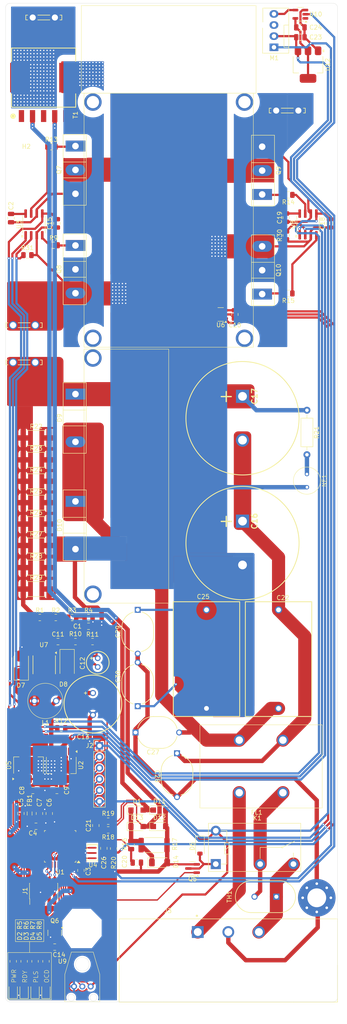
<source format=kicad_pcb>
(kicad_pcb (version 20241229) (generator "pcbnew") (generator_version "9.0")
  (layers (0 "F.Cu" signal) (2 "B.Cu" signal) (13 "F.Paste" user) (15 "B.Paste" user) (5 "F.SilkS" user "F.Silkscreen") (7 "B.SilkS" user "B.Silkscreen") (1 "F.Mask" user) (3 "B.Mask" user) (25 "Edge.Cuts" user))
  (net 0 "")
  (net 1 "VBUS_SENSE")
  (net 2 "GND")
  (net 3 "+3V3")
  (net 4 "+3.3VA")
  (net 5 "+12V")
  (net 6 "VBUS")
  (net 7 "G_U1")
  (net 8 "SW1")
  (net 9 "G_L1")
  (net 10 "G_U2")
  (net 11 "SW2")
  (net 12 "G_L2")
  (net 13 "Net-(R1-Pad2)")
  (net 14 "Net-(R2-Pad2)")
  (net 15 "CT-")
  (net 16 "CT+")
  (net 25 "NRST")
  (net 26 "TMS")
  (net 27 "LED2")
  (net 28 "GD_B")
  (net 29 "EXP3")
  (net 30 "LED1")
  (net 31 "LED3")
  (net 32 "TDI")
  (net 33 "GD_A")
  (net 34 "TDO")
  (net 35 "EXP1")
  (net 36 "RX")
  (net 37 "TCK")
  (net 38 "EXP4")
  (net 39 "EXP2")
  (net 41 "OCD")
  (net 42 "RELAY")
  (net 43 "Net-(U1-PF1)")
  (net 44 "Net-(U1-PF0)")
  (net 45 "GD_DIS")
  (net 46 "+15V")
  (net 47 "Net-(D6-A)")
  (net 49 "Net-(D2-A)")
  (net 50 "Net-(D3-A)")
  (net 51 "Net-(D4-A)")
  (net 52 "Net-(D5-A)")
  (net 53 "THERM")
  (net 54 "Net-(D7-K)")
  (net 55 "Net-(U7-BP)")
  (net 56 "Net-(D8-K)")
  (net 57 "BUCK_FB")
  (net 58 "Net-(Q6-G)")
  (net 59 "LED4")
  (net 61 "Net-(J3-L)")
  (net 62 "Net-(U3-VB)")
  (net 63 "Net-(U8-VB)")
  (net 64 "Net-(U3-LO)")
  (net 65 "Net-(U3-HO)")
  (net 66 "Net-(U8-HO)")
  (net 67 "Net-(U8-LO)")
  (net 68 "CTI+")
  (net 69 "Net-(D1-K)")
  (net 70 "CTI-")
  (net 72 "Net-(M1-PWM)")
  (net 73 "FAN")
  (net 75 "+5V")
  (net 76 "Net-(J5-Pin_1)")
  (net 77 "Earth_Protective")
  (net 78 "AC1")
  (net 79 "AC2")
  (net 80 "ACI2")
  (net 81 "ACI1")
  (net 86 "Net-(U6-V_{OUT})")
  (net 87 "Net-(NE1-Pad1)")
  (footprint "Resistor_SMD:R_0805_2012Metric" (layer "F.Cu") (at 112 212 180)
    (property "Reference" "R18")
    (property "Value" "1k")
  )
  (footprint "Diode_SMD:D_MiniMELF" (layer "F.Cu") (at 123.75 219.46875)
    (property "Reference" "D14")
    (property "Value" "BZV55B3V3")
  )
  (footprint "Package_SO:SOIC-8_3.9x4.9mm_P1.27mm" (layer "F.Cu") (at 95 73.75 90)
    (property "Reference" "U3")
    (property "Value" "2ED2184S06F")
  )
  (footprint "Resistor_SMD:R_2512_6332Metric" (layer "F.Cu") (at 95.5 152.11)
    (property "Reference" "R28")
    (property "Value" "100k")
  )
  (footprint "Resistor_SMD:R_0805_2012Metric" (layer "F.Cu") (at 95.25 242 -90)
    (property "Reference" "R7")
    (property "Value" "1k")
  )
  (footprint "Capacitor_SMD:C_0805_2012Metric" (layer "F.Cu") (at 105.75 221.25 -90)
    (property "Reference" "C3")
    (property "Value" "0.1u")
  )
  (footprint "Diode_SMD:D_SMA" (layer "F.Cu") (at 92.095 174.3 90)
    (property "Reference" "D7")
    (property "Value" "US2MA")
  )
  (footprint "Library:DE1E3RA222MA4BP01F" (layer "F.Cu") (at 118.75 178.75 90)
    (property "Reference" "C30")
    (property "Value" "DE1E3RA222MA4BP01F")
  )
  (footprint "Package_TO_SOT_SMD:SOT-223-3_TabPin2" (layer "F.Cu") (at 93.75 197.23324 90)
    (property "Reference" "U5")
    (property "Value" "NCP1117-3.3_SOT223")
  )
  (footprint "Capacitor_SMD:C_0805_2012Metric" (layer "F.Cu") (at 109.1625 211 90)
    (property "Reference" "C21")
    (property "Value" "150p")
  )
  (footprint "Library:THERMISTOR_PTCEL13_5MM_VIS" (layer "F.Cu") (at 148 227.25 180)
    (property "Reference" "TH1")
    (property "Value" "PTCEL13R600LTE")
  )
  (footprint "Capacitor_SMD:C_0805_2012Metric" (layer "F.Cu") (at 152.75 72.2 -90)
    (property "Reference" "C19")
    (property "Value" "2u2")
  )
  (footprint "Connector_PinHeader_1.27mm:PinHeader_2x05_P1.27mm_Vertical_SMD" (layer "F.Cu") (at 97.21 225.95 90)
    (property "Reference" "J1")
    (property "Value" "FTSH-105-01-L-DV-K-P")
  )
  (footprint "Crystal:Resonator_SMD_Murata_CSTxExxV-3Pin_3.0x1.1mm" (layer "F.Cu") (at 108.36 217.27 -90)
    (property "Reference" "U4")
    (property "Value" "CSTNE8M00G550000R0")
  )
  (footprint "Resistor_SMD:R_0805_2012Metric" (layer "F.Cu") (at 153.25 89.5 180)
    (property "Reference" "R15")
    (property "Value" "1.8R")
  )
  (footprint "Resistor_SMD:R_0805_2012Metric" (layer "F.Cu") (at 99 56)
    (property "Reference" "R13")
    (property "Value" "1.8R")
  )
  (footprint "LED_SMD:LED_0805_2012Metric" (layer "F.Cu") (at 97.75 248.8125 90)
    (property "Reference" "D5")
    (property "Value" "OCD_LED")
  )
  (footprint "Capacitor_SMD:C_0805_2012Metric" (layer "F.Cu") (at 89.75 72.3 -90)
    (property "Reference" "C2")
    (property "Value" "2u2")
  )
  (footprint "Resistor_SMD:R_2512_6332Metric" (layer "F.Cu") (at 95.5 157)
    (property "Reference" "R29")
    (property "Value" "100k")
  )
  (footprint "Resistor_SMD:R_2512_6332Metric" (layer "F.Cu") (at 122.5 215.46875 180)
    (property "Reference" "R17")
    (property "Value" "2R")
  )
  (footprint "Library:SPADE_726386-2" (layer "F.Cu") (at 150.46 47.75)
    (property "Reference" "J4" (hide yes))
    (property "Value" "Conn_01x01")
  )
  (footprint "Resistor_SMD:R_2512_6332Metric" (layer "F.Cu") (at 95.5 127.5)
    (property "Reference" "R23")
    (property "Value" "100k")
  )
  (footprint "Capacitor_SMD:C_0805_2012Metric" (layer "F.Cu") (at 156 28.75)
    (property "Reference" "C24")
    (property "Value" "10u")
  )
  (footprint "LED_SMD:LED_0805_2012Metric" (layer "F.Cu") (at 90.25 248.8125 90)
    (property "Reference" "D2")
    (property "Value" "P_LED")
  )
  (footprint "Resistor_SMD:R_0805_2012Metric" (layer "F.Cu") (at 117.25 215.46875 -90)
    (property "Reference" "R16")
    (property "Value" "1k")
  )
  (footprint "Capacitor_SMD:C_0805_2012Metric" (layer "F.Cu") (at 156 31)
    (property "Reference" "C23")
    (property "Value" "10u")
  )
  (footprint "Resistor_SMD:R_0805_2012Metric" (layer "F.Cu") (at 112 210 180)
    (property "Reference" "R19")
    (property "Value" "1k")
  )
  (footprint "Library:C40_Half" (layer "F.Cu") (at 143.2 102.218 180)
    (property "Reference" "HS2" (hide yes))
    (property "Value" "Heatsink_Pad" (hide yes))
  )
  (footprint "Package_TO_SOT_SMD:SOT-23-5" (layer "F.Cu") (at 156 25.75 180)
    (property "Reference" "U10")
    (property "Value" "SN74LV1T34DBV")
  )
  (footprint "Resistor_SMD:R_0805_2012Metric" (layer "F.Cu") (at 103.75 163.5)
    (property "Reference" "R3")
    (property "Value" "500k")
  )
  (footprint "Resistor_SMD:R_2512_6332Metric" (layer "F.Cu") (at 95.5 137.28)
    (property "Reference" "R25")
    (property "Value" "100k")
  )
  (footprint "Capacitor_SMD:C_0805_2012Metric" (layer "F.Cu") (at 92 208.25 90)
    (property "Reference" "C5")
    (property "Value" "10u")
  )
  (footprint "Relay_THT:Relay_SPST_Omron-G5Q-1A" (layer "F.Cu") (at 136.625 219.8)
    (property "Reference" "K1")
    (property "Value" "G5Q-1A DC12")
  )
  (footprint "Library:NEON-A1A" (layer "F.Cu") (at 157.5 132.25 -90)
    (property "Reference" "NE1")
    (property "Value" "Lamp_Neon")
  )
  (footprint "Capacitor_SMD:C_0805_2012Metric" (layer "F.Cu") (at 98.5 208.25 90)
    (property "Reference" "C6")
    (property "Value" "10n")
  )
  (footprint "Inductor_SMD:L_0805_2012Metric" (layer "F.Cu") (at 94 208.25 90)
    (property "Reference" "FB1")
    (property "Value" "FerriteBead_Small")
  )
  (footprint "Package_TO_SOT_THT:TO-247-3_Vertical" (layer "F.Cu") (at 147.25 66.9 90)
    (property "Reference" "Q9")
    (property "Value" "Q_NMOS_GDS")
  )
  (footprint "Library:7492540200" (layer "F.Cu") (at 97.21 40.225 90)
    (property "Reference" "T1")
    (property "Value" "7492540200")
  )
  (footprint "Resistor_SMD:R_0805_2012Metric" (layer "F.Cu") (at 90.25 242 -90)
    (property "Reference" "R5")
    (property "Value" "1k")
  )
  (footprint "Resistor_SMD:R_0805_2012Metric" (layer "F.Cu") (at 107.5 163.5)
    (property "Reference" "R4")
    (property "Value" "7.5k")
  )
  (footprint "Package_TO_SOT_SMD:SOT-223-3_TabPin2" (layer "F.Cu") (at 157.75 37.25 -90)
    (property "Reference" "U12")
    (property "Value" "NCP1117-5.0_SOT223")
  )
  (footprint "Capacitor_SMD:C_0805_2012Metric" (layer "F.Cu") (at 96.25 208.25 90)
    (property "Reference" "C7")
    (property "Value" "10u")
  )
  (footprint "Library:SPADE_726386-2" (layer "F.Cu") (at 90.21 96.75)
    (property "Reference" "J7" (hide yes))
    (property "Value" "Conn_01x01")
  )
  (footprint "Resistor_SMD:R_0805_2012Metric" (layer "F.Cu") (at 100 163.5)
    (property "Reference" "R2")
    (property "Value" "500k")
  )
  (footprint "Capacitor_SMD:C_0805_2012Metric" (layer "F.Cu") (at 100.25 73.5 90)
    (property "Reference" "C15")
    (property "Value" "0.1u")
  )
  (footprint "Capacitor_SMD:C_0805_2012Metric" (layer "F.Cu") (at 107.5 165.5)
    (property "Reference" "C1")
    (property "Value" "0.1u")
  )
  (footprint "Package_TO_SOT_SMD:SOT-23" (layer "F.Cu") (at 131.3125 220.8125 180)
    (property "Reference" "Q5")
    (property "Value" "T2N7002AK")
  )
  (footprint "Resistor_SMD:R_0805_2012Metric" (layer "F.Cu") (at 152.75 76.25 -90)
    (property "Reference" "R30")
    (property "Value" "2k")
  )
  (footprint "Library:ESMQ201VSN102MQ35S" (layer "F.Cu") (at 142.75 113 -90)
    (property "Reference" "C17")
    (property "Value" "ESMQ201VSN102MQ35S" (hide yes))
  )
  (footprint "Diode_SMD:D_SMA" (layer "F.Cu") (at 102.595 174.3 -90)
    (property "Reference" "D8")
    (property "Value" "US2MA")
  )
  (footprint "Capacitor_SMD:C_0805_2012Metric" (layer "F.Cu") (at 100.5 169)
    (property "Reference" "C11")
    (property "Value" "0.1u")
  )
  (footprint "Library:DE1E3RA222MA4BP01F" (layer "F.Cu") (at 127.75 199.5 -90)
    (property "Reference" "C28")
    (property "Value" "DE1E3RA222MA4BP01F")
  )
  (footprint "Diode_SMD:Nexperia_CFP3_SOD-123W" (layer "F.Cu") (at 118.6 207.46875)
    (property "Reference" "D1")
    (property "Value" "PMEG3010BER")
  )
  (footprint "Package_TO_SOT_SMD:SOT-23" (layer "F.Cu") (at 137.75 94.3 180)
    (property "Reference" "U6")
    (property "Value" "MCP9700T-E/TT")
  )
  (footprint "Library:DE1E3RA222MA4BP01F" (layer "F.Cu") (at 123.25 189.75)
    (property "Reference" "C27")
    (property "Value" "DE1E3RA222MA4BP01F")
  )
  (footprint "Capacitor_SMD:C_0805_2012Metric" (layer "F.Cu") (at 141 94.3 -90)
    (property "Reference" "C10")
    (property "Value" "1n")
  )
  (footprint "MountingHole:MountingHole_4.3mm_M4" (layer "F.Cu") (at 159.75 61.25)
    (property "Reference" "H1" (hide yes))
    (property "Value" "MountingHole")
  )
  (footprint "Resistor_SMD:R_0805_2012Metric" (layer "F.Cu") (at 97.75 242 -90)
    (property "Reference" "R8")
    (property "Value" "1k")
  )
  (footprint "Library:890324026034" (layer "F.Cu") (at 151 173 90)
    (property "Reference" "C22")
    (property "Value" "890324026034")
  )
  (footprint "Library:SPADE_726386-2" (layer "F.Cu") (at 94.71 26.5)
    (property "Reference" "J5" (hide yes))
    (property "Value" "Conn_01x01")
  )
  (footprint "Resistor_SMD:R_0805_2012Metric" (layer "F.Cu") (at 108.4125 169)
    (property "Reference" "R11")
    (property "Value" "18k")
  )
  (footprint "LED_SMD:LED_0805_2012Metric" (layer "F.Cu") (at 95.25 248.8125 90)
    (property "Reference" "D4")
    (property "Value" "PULSE_LED")
  )
  (footprint "Connector_PinHeader_2.54mm:PinHeader_1x06_P2.54mm_Vertical" (layer "F.Cu") (at 110 192.78324)
    (property "Reference" "J2")
    (property "Value" "Conn_01x06")
  )
  (footprint "Capacitor_SMD:C_0805_2012Metric" (layer "F.Cu") (at 94.75 202.98324)
    (property "Reference" "C8")
    (property "Value" "10u")
  )
  (footprint "Resistor_SMD:R_0805_2012Metric" (layer "F.Cu") (at 104.5 169 180)
    (property "Reference" "R10")
    (property "Value" "2k")
  )
  (footprint "Package_SO:SOIC-8_3.9x4.9mm_P1.27mm" (layer "F.Cu") (at 157.75 73.75 90)
    (property "Reference" "U8")
    (property "Value" "2ED2184S06F")
  )
  (footprint "Library:QUALTEK_703W-00_52" (layer "F.Cu") (at 132.5 235.3125)
    (property "Reference" "J3")
    (property "Value" "703W-00_52")
  )
  (footprint "Capacitor_SMD:C_0805_2012Metric" (layer "F.Cu") (at 111 216.2 -90)
    (property "Reference" "C26")
    (property "Value" "0.1u")
  )
  (footprint "MountingHole:MountingHole_4.3mm_M4" (layer "F.Cu") (at 93.25 61.25)
    (property "Reference" "H2")
    (property "Value" "MountingHole")
  )
  (footprint "Capacitor_SMD:C_0805_2012Metric" (layer "F.Cu") (at 100.25 202.98324 180)
    (property "Reference" "C9")
    (property "Value" "10u")
  )
  (footprint "Library:IF-D95" (layer "F.Cu") (at 109.565 251.235 180)
    (property "Reference" "U9")
    (property "Value" "IF D95-T")
    (fp_circle (center 6.0325 0.945) (end 6.82 0.945) (stroke (width 0.05)) (fill no) (layer "Edge.Cuts"))
    (fp_circle (center 3.4925 8.565) (end 5.08 8.565) (stroke (width 0.05)) (fill no) (layer "Edge.Cuts"))
    (fp_circle (center 0.9528 0.945) (end 1.7403 0.945) (stroke (width 0.05)) (fill no) (layer "Edge.Cuts"))
  )
  (footprint "Resistor_SMD:R_0805_2012Metric" (layer "F.Cu") (at 101.25 188.75)
    (property "Reference" "R12")
    (property "Value" "6k8")
  )
  (footprint "Diode_SMD:Nexperia_CFP3_SOD-123W" (layer "F.Cu") (at 123.75 211.21875)
    (property "Reference" "D12")
    (property "Value" "PMEG3010BER")
  )
  (footprint "Diode_SMD:Nexperia_CFP3_SOD-123W" (layer "F.Cu") (at 118.6 211.21875)
    (property "Reference" "D13")
    (property "Value" "PMEG3010BER")
  )
  (footprint "Connector:FanPinHeader_1x04_P2.54mm_Vertical" (layer "F.Cu") (at 149.95 33.3 90)
    (property "Reference" "M1")
    (property "Value" "Fan_CPU_4pin")
  )
  (footprint "Package_TO_SOT_SMD:SOT-23" (layer "F.Cu") (at 99.75 235.5 -90)
    (property "Reference" "Q6")
    (property "Value" "T2N7002AK")
  )
  (footprint "Library:890324026034" (layer "F.Cu") (at 134.5 173 -90)
    (property "Reference" "C25")
    (property "Value" "890324026034")
  )
  (footprint "Resistor_THT:R_Axial_DIN0207_L6.3mm_D2.5mm_P10.16mm_Horizontal" (layer "F.Cu") (at 157.5 126.33 90)
    (property "Reference" "R21")
    (property "Value" "R")
  )
  (footprint "Diode_SMD:Nexperia_CFP3_SOD-123W" (layer "F.Cu") (at 123.75 207.46875)
    (property "Reference" "D11")
    (property "Value" "PMEG3010BER")
  )
  (footprint "Library:860010572002" (layer "F.Cu") (at 109.595 173.8 90)
    (property "Reference" "C12")
    (property "Value" "10u")
  )
  (footprint "Capacitor_SMD:C_0805_2012Metric" (layer "F.Cu") (at 99.75 238.75 180)
    (property "Reference" "C14")
    (property "Value" "10u")
  )
  (footprint "Resistor_SMD:R_2512_6332Metric" (layer "F.Cu") (at 95.5 142.17)
    (property "Reference" "R26")
    (property "Value" "100k")
  )
  (footprint "Library:DE1E3RA222MA4BP01F" (layer "F.Cu") (at 118.75 166.75 -90)
    (property "Reference" "C29")
    (property "Value" "DE1E3RA222MA4BP01F")
  )
  (footprint "Package_TO_SOT_THT:TO-247-3_Vertical" (layer "F.Cu") (at 104.5 55.85 -90)
    (property "Reference" "Q7")
    (property "Value" "Q_NMOS_GDS")
  )
  (footprint "Package_QFP:LQFP-32_7x7mm_P0.8mm" (layer "F.Cu") (at 101 215.75 180)
    (property "Reference" "U1")
    (property "Value" "STM32G431KBTx")
  )
  (footprint "LED_SMD:LED_0805_2012Metric" (layer "F.Cu") (at 92.75 248.8125 90)
    (property "Reference" "D3")
    (property "Value" "READY_LED")
  )
  (footprint "Resistor_SMD:R_2512_6332Metric" (layer "F.Cu") (at 95.5 132.39)
    (property "Reference" "R24")
    (property "Value" "100k")
  )
  (footprint "Package_TO_SOT_THT:TO-247-3_Vertical" (layer "F.Cu") (at 104.5 78.55 -90)
    (property "Reference" "Q8")
    (property "Value" "Q_NMOS_GDS")
  )
  (footprint "Package_TO_SOT_SMD:SOT-223-3_TabPin2" (layer "F.Cu") (at 101.25 197.23324 -90)
    (property "Reference" "U2")
    (property "Value" "NCP1117-12_SOT223")
  )
  (footprint "Resistor_SMD:R_0805_2012Metric" (layer "F.Cu") (at 93.5 80.75)
    (property "Reference" "R31")
    (property "Value" "2k")
  )
  (footprint "MountingHole:MountingHole_4.3mm_M4" (layer "F.Cu") (at 106 234.5)
    (property "Reference" "H3" (hide yes))
    (property "Value" "MountingHole")
  )
  (footprint "Library:C40" (layer "F.Cu") (at 108.5 101.782)
    (property "Reference" "HS1" (hide yes))
    (property "Value" "Heatsink_Pad")
  )
  (footprint "Package_SO:PowerIntegrations_SO-8C" (layer "F.Cu") (at 97.345 174.3 -90)
    (property "Reference" "U7")
    (property "Value" "LNK306DG-TL")
  )
  (footprint "Library:7448041502" (layer "F.Cu") (at 142 203.5)
    (property "Reference" "FL1")
    (property "Value" "7448041502" (hide yes))
  )
  (footprint "Library:SPADE_726386-2" (layer "F.Cu") (at 90.21 105.25)
    (property "Reference" "J6" (hide yes))
    (property "Value" "Conn_01x01")
  )
  (footprint "Library:WE-TI_809591" (layer "F.Cu") (at 97.595 182.55)
    (property "Reference" "L1")
    (property "Value" "1m8 768772182" (hide yes))
  )
  (footprint "Package_TO_SOT_THT:TO-247-2_Vertical" (layer "F.Cu") (at 104.5 112.486 -90)
    (property "Reference" "D9")
    (property "Value" "APT75DQ120BG")
  )
  (footprint "Resistor_SMD:R_0805_2012Metric" (layer "F.Cu") (at 92.75 242 -90)
    (property "Reference" "R6")
    (property "Value" "1k")
  )
  (footprint "Resistor_SMD:R_0805_2012Metric" (layer "F.Cu") (at 113.25 216.25 90)
    (property "Reference" "R20")
    (property "Value" "1k")
  )
  (footprint "Package_TO_SOT_THT:TO-247-3_Vertical" (layer "F.Cu") (at 147.25 89.65 90)
    (property "Reference" "Q10")
    (property "Value" "Q_NMOS_GDS")
  )
  (footprint "Resistor_SMD:R_2512_6332Metric" (layer "F.Cu") (at 95.5 122.5)
    (property "Reference" "R22")
    (property "Value" "100k")
  )
  (footprint "Resistor_SMD:R_0805_2012Metric" (layer "F.Cu") (at 99.5 78.5)
    (property "Reference" "R9")
    (property "Value" "1.8R")
  )
  (footprint "Library:2m2 25V 860010478021" (layer "F.Cu") (at 108.5 183.25 90)
    (property "Reference" "C13")
    (property "Value" "2200u")
  )
  (footprint "Resistor_SMD:R_0805_2012Metric" (layer "F.Cu") (at 96.3375 163.5)
    (property "Reference" "R1")
    (property "Value" "500k")
  )
  (footprint "Package_TO_SOT_THT:TO-247-2_Vertical" (layer "F.Cu") (at 104.5 136.986 -90)
    (property "Reference" "D10")
    (property "Value" "APT75DQ120BG")
  )
  (footprint "Resistor_SMD:R_2512_6332Metric" (layer "F.Cu") (at 95.5 147.06)
    (property "Reference" "R27")
    (property "Value" "100k")
  )
  (footprint "Diode_SMD:D_SOD-123" (layer "F.Cu") (at 133 215.75 -90)
    (property "Reference" "D6")
    (property "Value" "BAV16W")
  )
  (footprint "Capacitor_SMD:C_0805_2012Metric" (layer "F.Cu") (at 118.55 219.46875)
    (property "Reference" "C20")
    (property "Value" "1n")
  )
  (footprint "MountingHole:MountingHole_4.3mm_M4_Pad_Via" (layer "F.Cu") (at 159.75 227.5)
    (property "Reference" "H4" (hide yes))
    (property "Value" "MountingHole_Pad")
  )
  (footprint "Capacitor_SMD:C_0805_2012Metric" (layer "F.Cu") (at 95.46 211.16676 180)
    (property "Reference" "C4")
    (property "Value" "0.1u")
  )
  (footprint "Capacitor_SMD:C_0805_2012Metric" (layer "F.Cu") (at 162.75 73.5 90)
    (property "Reference" "C18")
    (property "Value" "0.1u")
  )
  (footprint "Resistor_SMD:R_0805_2012Metric" (layer "F.Cu") (at 153.25 67 180)
    (property "Reference" "R14")
    (property "Value" "1.8R")
  )
  (footprint "Library:ESMQ201VSN102MQ35S" (layer "F.Cu") (at 142.75 141.5 -90)
    (property "Reference" "C16")
    (property "Value" "ESMQ201VSN102MQ35S" (hide yes))
  )
  (gr_line (start 94 237.5) (end 94 240) (stroke (width 0.1)) (layer "F.SilkS"))
  (gr_rect (start 89 240) (end 99 250.75) (stroke (width 0.1)) (fill no) (layer "F.SilkS"))
  (gr_rect (start 90.75 232.5) (end 97.25 237.5) (stroke (width 0.1)) (fill no) (layer "F.SilkS"))
  (gr_arc (start 164.5 250.25) (mid 164.207107 250.957107) (end 163.5 251.25) (stroke (width 0.05)) (layer "Edge.Cuts"))
  (gr_line (start 89.5 251.25) (end 163.5 251.25) (stroke (width 0.05)) (layer "Edge.Cuts"))
  (gr_line (start 164.5 250.25) (end 164.5 24.25) (stroke (width 0.05)) (layer "Edge.Cuts"))
  (gr_arc (start 88.5 24.25) (mid 88.792893 23.542893) (end 89.5 23.25) (stroke (width 0.05)) (layer "Edge.Cuts"))
  (gr_arc (start 89.5 251.25) (mid 88.792893 250.957107) (end 88.5 250.25) (stroke (width 0.05)) (layer "Edge.Cuts"))
  (gr_line (start 163.5 23.25) (end 89.5 23.25) (stroke (width 0.05)) (layer "Edge.Cuts"))
  (gr_line (start 88.5 24.25) (end 88.5 250.25) (stroke (width 0.05)) (layer "Edge.Cuts"))
  (gr_arc (start 163.5 23.25) (mid 164.207107 23.542893) (end 164.5 24.25) (stroke (width 0.05)) (layer "Edge.Cuts"))
  (gr_text "RDY" (at 93.5 247 90) (layer "F.SilkS") (effects (font (size 1 1) (thickness 0.1)) (justify left bottom)))
  (gr_text "PLS" (at 96 247 90) (layer "F.SilkS") (effects (font (size 1 1) (thickness 0.1)) (justify left bottom)))
  (gr_text "OCD" (at 98.5 247 90) (layer "F.SilkS") (effects (font (size 1 1) (thickness 0.1)) (justify left bottom)))
  (gr_text "PWR" (at 91 247 90) (layer "F.SilkS") (effects (font (size 1 1) (thickness 0.1)) (justify left bottom)))
  (segment (start 109 208.25) (end 111.75 205.5) (width 0.3) (layer "F.Cu") (net 1))
  (segment (start 103.8 211.575) (end 103.8 210.7) (width 0.3) (layer "F.Cu") (net 1))
  (segment (start 108.1 167) (end 106.6 165.5) (width 0.3) (layer "F.Cu") (net 1))
  (segment (start 106.6 163.5125) (end 106.5875 163.5) (width 0.5) (layer "F.Cu") (net 1))
  (segment (start 106.6 165.5) (end 106.6 163.5125) (width 0.5) (layer "F.Cu") (net 1))
  (segment (start 103.8 210.7) (end 106.25 208.25) (width 0.3) (layer "F.Cu") (net 1))
  (segment (start 111.75 205.5) (end 111.75 169) (width 0.3) (layer "F.Cu") (net 1))
  (segment (start 109.75 167) (end 108.1 167) (width 0.3) (layer "F.Cu") (net 1))
  (segment (start 111.75 169) (end 109.75 167) (width 0.3) (layer "F.Cu") (net 1))
  (segment (start 104.6625 163.5) (end 106.5875 163.5) (width 0.5) (layer "F.Cu") (net 1))
  (segment (start 106.25 208.25) (end 109 208.25) (width 0.3) (layer "F.Cu") (net 1))
  (segment (start 99.8 210.25676) (end 99.71 210.16676) (width 0.3) (layer "F.Cu") (net 2))
  (segment (start 158.385 76.225) (end 158.385 75.250001) (width 0.5) (layer "F.Cu") (net 2))
  (segment (start 107.5 188.75) (end 107.75 188.5) (width 0.5) (layer "F.Cu") (net 2))
  (segment (start 140.05 94.3) (end 136.8125 94.3) (width 0.5) (layer "F.Cu") (net 2))
  (segment (start 97.46 207.3) (end 96.25 207.3) (width 0.3) (layer "F.Cu") (net 2))
  (segment (start 161.815687 211.315687) (end 163.049 210.082374) (width 0.5) (layer "F.Cu") (net 2))
  (segment (start 91.5 249.75) (end 92.75 249.75) (width 0.3) (layer "F.Cu") (net 2))
  (segment (start 107.75 187.25) (end 107.75 186.5) (width 1) (layer "F.Cu") (net 2))
  (segment (start 153.254999 77.667499) (end 157.917499 77.667499) (width 0.5) (layer "F.Cu") (net 2))
  (segment (start 104.25 221.5) (end 103.8 221.05) (width 0.3) (layer "F.Cu") (net 2))
  (segment (start 98.2 211.575) (end 98.2 210.90676) (width 0.3) (layer "F.Cu") (net 2))
  (segment (start 99.3 202.98324) (end 97.5 202.98324) (width 1) (layer "F.Cu") (net 2))
  (segment (start 123.46875 221.5) (end 119.25 221.5) (width 1) (layer "F.Cu") (net 2))
  (segment (start 98.8 236.5) (end 98.8 238.75) (width 0.3) (layer "F.Cu") (net 2))
  (segment (start 156.024 27.824) (end 156.024 25.251001) (width 0.5) (layer "F.Cu") (net 2))
  (segment (start 108.5 164.5) (end 108.5 163.5875) (width 0.5) (layer "F.Cu") (net 2))
  (segment (start 163.049 97.040364) (end 160.308636 94.3) (width 0.5) (layer "F.Cu") (net 2))
  (segment (start 140.227708 94.301) (end 140.226708 94.3) (width 0.5) (layer "F.Cu") (net 2))
  (segment (start 156.475001 24.8) (end 157.1375 24.8) (width 0.5) (layer "F.Cu") (net 2))
  (segment (start 141.773292 94.3) (end 141.772292 94.301) (width 0.5) (layer "F.Cu") (net 2))
  (segment (start 95.635 76.225) (end 95.635 80.75) (width 0.5) (layer "F.Cu") (net 2))
  (segment (start 103.8 221.05) (end 103.8 219.925) (width 0.3) (layer "F.Cu") (net 2))
  (segment (start 94.4125 80.75) (end 95.635 80.75) (width 0.5) (layer "F.Cu") (net 2))
  (segment (start 109.5 161.25) (end 106.75 161.25) (width 1) (layer "F.Cu") (net 2))
  (segment (start 125.15 207.46875) (end 125.15 211.21875) (width 1) (layer "F.Cu") (net 2))
  (segment (start 163.049 208.75) (end 163.049 99) (width 0.5) (layer "F.Cu") (net 2))
  (segment (start 156.95 31) (end 158.35 32.4) (width 0.5) (layer "F.Cu") (net 2))
  (segment (start 125.5 219.46875) (end 123.46875 221.5) (width 1) (layer "F.Cu") (net 2))
  (segment (start 105.75 222.2) (end 104.95 222.2) (width 0.3) (layer "F.Cu") (net 2))
  (segment (start 110.5 162.25) (end 109.5 161.25) (width 1) (layer "F.Cu") (net 2))
  (segment (start 98.5 207.3) (end 97.46 207.3) (width 0.3) (layer "F.Cu") (net 2))
  (segment (start 110.5 165.25) (end 110.5 162.25) (width 1) (layer "F.Cu") (net 2))
  (segment (start 95.635 75.615) (end 96.8 74.45) (width 0.5) (layer "F.Cu") (net 2))
  (segment (start 108.5 165.5) (end 108.5 164.5) (width 0.5) (layer "F.Cu") (net 2))
  (segment (start 95.635 76.225) (end 95.635 75.615) (width 0.5) (layer "F.Cu") (net 2))
  (segment (start 96.5 227.34) (end 95.94 227.9) (width 0.5) (layer "F.Cu") (net 2))
  (segment (start 104.38 158.88) (end 104.38 147.886) (width 1) (layer "F.Cu") (net 2))
  (segment (start 159.185001 74.45) (end 162.75 74.45) (width 0.5) (layer "F.Cu") (net 2))
  (segment (start 102.1625 188.75) (end 107.5 188.75) (width 0.5) (layer "F.Cu") (net 2))
  (segment (start 91.5 198.5) (end 91.5 200.33324) (width 1) (layer "F.Cu") (net 2))
  (segment (start 96.8 74.45) (end 100.25 74.45) (width 0.5) (layer "F.Cu") (net 2))
  (segment (start 158.385 76.225) (end 158.385 77.199999) (width 0.5) (layer "F.Cu") (net 2))
  (segment (start 108.5 185.75) (end 108.37825 185.75) (width 1) (layer "F.Cu") (net 2))
  (segment (start 156.95 28.75) (end 156.024 27.824) (width 0.5) (layer "F.Cu") (net 2))
  (segment (start 119.5 219.46875) (end 119.5 221.25) (width 0.5) (layer "F.Cu") (net 2))
  (segment (start 99.75 226) (end 99.75 227.9) (width 0.5) (layer "F.Cu") (net 2))
  (segment (start 163.049 210.082374) (end 163.049 208.75) (width 0.5) (layer "F.Cu") (net 2))
  (segment (start 107.75 186.5) (end 108.5 185.75) (width 1) (layer "F.Cu") (net 2))
  (segment (start 95.635 80.75) (end 95.75 80.75) (width 0.5) (layer "F.Cu") (net 2))
  (segment (start 108.34138 217.25138) (end 108.36 217.27) (width 0.3) (layer "F.Cu") (net 2))
  (segment (start 92.095 170.405) (end 92.25 170.25) (width 1) (layer "F.Cu") (net 2))
  (segment (start 96.5 227.19) (end 97.21 227.9) (width 0.5) (layer "F.Cu") (net 2))
  (segment (start 132.25 219.8625) (end 125.89375 219.8625) (width 0.5) (layer "F.Cu") (net 2))
  (segment (start 152.75 77.1625) (end 153.254999 77.667499) (width 0.5) (layer "F.Cu") (net 2))
  (segment (start 157.917499 77.667499) (end 156.834999 78.75) (width 0.5) (layer "F.Cu") (net 2))
  (segment (start 94.51 211.16676) (end 93.46 211.16676) (width 0.5) (layer "F.Cu") (net 2))
  (segment (start 125.89375 219.8625) (end 125.5 219.46875) (width 0.5) (layer "F.Cu") (net 2))
  (segment (start 90.25 249.75) (end 91.5 249.75) (width 0.3) (layer "F.Cu") (net 2))
  (segment (start 92.095 172.3) (end 92.095 170.405) (width 1) (layer "F.Cu") (net 2))
  (segment (start 111 216.95) (end 111 218.25) (width 0.5) (layer "F.Cu") (net 2))
  (segment (start 125.5 219.46875) (end 125.5 211.56875) (width 1) (layer "F.Cu") (net 2))
  (segment (start 156.024 25.251001) (end 156.475001 24.8) (width 0.5) (layer "F.Cu") (net 2))
  (segment (start 92.8 206.5) (end 92 207.3) (width 0.5) (layer "F.Cu") (net 2))
  (segment (start 95.25 249.75) (end 96.5 249.75) (width 0.3) (layer "F.Cu") (net 2))
  (segment (start 156.95 28.75) (end 156.95 31) (width 0.5) (layer "F.Cu") (net 2))
  (segment (start 96.5 249.75) (end 97.75 249.75) (width 0.3) (layer "F.Cu") (net 2))
  (segment (start 103.55 195.7) (end 103.5 195.75) (width 1) (layer "F.Cu") (net 2))
  (segment (start 95.75 80.75) (end 104.45 89.45) (width 0.5) (layer "F.Cu") (net 2))
  (segment (start 108.5 163.5875) (end 108.4125 163.5) (width 0.5) (layer "F.Cu") (net 2))
  (segment (start 106.75 161.25) (end 104.38 158.88) (width 1) (layer "F.Cu") (net 2))
  (segment (start 106.79462 217.25138) (end 108.34138 217.25138) (width 0.3) (layer "F.Cu") (net 2))
  (segment (start 96.5 226.25) (end 96.5 227.19) (width 0.5) (layer "F.Cu") (net 2))
  (segment (start 107.75 191.75) (end 107.75 188.5) (width 1) (layer "F.Cu") (net 2))
  (segment (start 107.75 188.5) (end 107.75 187.25) (width 1) (layer "F.Cu") (net 2))
  (segment (start 158.385 75.250001) (end 159.185001 74.45) (width 0.5) (layer "F.Cu") (net 2))
  (segment (start 119.25 221.5) (end 113.5 221.5) (width 1) (layer "F.Cu") (net 2))
  (segment (start 97.5 202.98324) (end 95.7 202.98324) (width 1) (layer "F.Cu") (net 2))
  (segment (start 98.8 234.5625) (end 98.8 236.5) (width 0.3) (layer "F.Cu") (net 2))
  (segment (start 91.5 200.33324) (end 91.45 200.38324) (width 1) (layer "F.Cu") (net 2))
  (segment (start 103.55 194.08324) (end 103.55 195.7) (width 1) (layer "F.Cu") (net 2))
  (segment (start 160.308636 94.3) (end 141.773292 94.3) (width 0.5) (layer "F.Cu") (net 2))
  (segment (start 98.2 210.90676) (end 97.71 210.41676) (width 0.3) (layer "F.Cu") (net 2))
  (segment (start 104.45 89.45) (end 104.5 89.45) (width 0.5) (layer "F.Cu") (net 2))
  (segment (start 158.385 77.199999) (end 157.917499 77.667499) (width 0.5) (layer "F.Cu") (net 2))
  (segment (start 158.35 32.4) (end 160.05 34.1) (width 0.5) (layer "F.Cu") (net 2))
  (segment (start 96.5 226.25) (end 96.5 227.34) (width 0.5) (layer "F.Cu") (net 2))
  (segment (start 141 95.25) (end 140.05 94.3) (width 0.5) (layer "F.Cu") (net 2))
  (segment (start 125.5 211.56875) (end 125.15 211.21875) (width 1) (layer "F.Cu") (net 2))
  (segment (start 156.834999 78.75) (end 147.25 78.75) (width 0.5) (layer "F.Cu") (net 2))
  (segment (start 141.772292 94.301) (end 140.227708 94.301) (width 0.5) (layer "F.Cu") (net 2))
  (segment (start 104.95 222.2) (end 104.25 221.5) (width 0.3) (layer "F.Cu") (net 2))
  (segment (start 93 206.5) (end 92.8 206.5) (width 0.5) (layer "F.Cu") (net 2))
  (segment (start 99.8 211.575) (end 99.8 210.25676) (width 0.3) (layer "F.Cu") (net 2))
  (segment (start 119.5 221.25) (end 119.25 221.5) (width 0.5) (layer "F.Cu") (net 2))
  (segment (start 163.049 99) (end 163.049 97.040364) (width 0.5) (layer "F.Cu") (net 2))
  (segment (start 140.226708 94.3) (end 140.05 94.3) (width 0.5) (layer "F.Cu") (net 2))
  (via (at 114.5 90.25) (size 0.6) (drill 0.3) (layers "F.Cu" "B.Cu") (net 2))
  (via (at 114.5 91) (size 0.6) (drill 0.3) (layers "F.Cu" "B.Cu") (net 2))
  (via (at 116 88.75) (size 0.6) (drill 0.3) (layers "F.Cu" "B.Cu") (net 2))
  (via (at 113 88) (size 0.6) (drill 0.3) (layers "F.Cu" "B.Cu") (net 2))
  (via (at 138.75 77.25) (size 0.6) (drill 0.3) (layers "F.Cu" "B.Cu") (net 2))
  (via (at 136.5 81) (size 0.6) (drill 0.3) (layers "F.Cu" "B.Cu") (net 2))
  (via (at 137.25 80.25) (size 0.6) (drill 0.3) (layers "F.Cu" "B.Cu") (net 2))
  (via (at 97.46 207.3) (size 0.6) (drill 0.3) (layers "F.Cu" "B.Cu") (net 2))
  (via (at 114.5 88.75) (size 0.6) (drill 0.3) (layers "F.Cu" "B.Cu") (net 2))
  (via (at 113 91.75) (size 0.6) (drill 0.3) (layers "F.Cu" "B.Cu") (net 2))
  (via (at 138 80.25) (size 0.6) (drill 0.3) (layers "F.Cu" "B.Cu") (net 2))
  (via (at 106.79462 217.25138) (size 0.6) (drill 0.3) (layers "F.Cu" "B.Cu") (net 2))
  (via (at 158.35 32.4) (size 0.6) (drill 0.3) (layers "F.Cu" "B.Cu") (net 2))
  (via (at 137.25 78) (size 0.6) (drill 0.3) (layers "F.Cu" "B.Cu") (net 2))
  (via (at 137.25 77.25) (size 0.6) (drill 0.3) (layers "F.Cu" "B.Cu") (net 2))
  (via (at 138.75 79.5) (size 0.6) (drill 0.3) (layers "F.Cu" "B.Cu") (net 2))
  (via (at 138 76.5) (size 0.6) (drill 0.3) (layers "F.Cu" "B.Cu") (net 2))
  (via (at 138 77.25) (size 0.6) (drill 0.3) (layers "F.Cu" "B.Cu") (net 2))
  (via (at 115.25 91) (size 0.6) (drill 0.3) (layers "F.Cu" "B.Cu") (net 2))
  (via (at 113.75 88.75) (size 0.6) (drill 0.3) (layers "F.Cu" "B.Cu") (net 2))
  (via (at 113.75 90.25) (size 0.6) (drill 0.3) (layers "F.Cu" "B.Cu") (net 2))
  (via (at 103.5 195.75) (size 0.6) (drill 0.3) (layers "F.Cu" "B.Cu") (net 2))
  (via (at 138.75 80.25) (size 0.6) (drill 0.3) (layers "F.Cu" "B.Cu") (net 2))
  (via (at 114.5 87.25) (size 0.6) (drill 0.3) (layers "F.Cu" "B.Cu") (net 2))
  (via (at 98.8 236.5) (size 0.6) (drill 0.3) (layers "F.Cu" "B.Cu") (net 2))
  (via (at 115.25 88) (size 0.6) (drill 0.3) (layers "F.Cu" "B.Cu") (net 2))
  (via (at 97.71 210.41676) (size 0.6) (drill 0.3) (layers "F.Cu" "B.Cu") (net 2))
  (via (at 114.5 88) (size 0.6) (drill 0.3) (layers "F.Cu" "B.Cu") (net 2))
  (via (at 116 90.25) (size 0.6) (drill 0.3) (layers "F.Cu" "B.Cu") (net 2))
  (via (at 108.5 164.5) (size 0.6) (drill 0.3) (layers "F.Cu" "B.Cu") (net 2))
  (via (at 91.5 198.5) (size 0.6) (drill 0.3) (layers "F.Cu" "B.Cu") (net 2))
  (via (at 113 88.75) (size 0.6) (drill 0.3) (layers "F.Cu" "B.Cu") (net 2))
  (via (at 137.25 79.5) (size 0.6) (drill 0.3) (layers "F.Cu" "B.Cu") (net 2))
  (via (at 104.25 221.5) (size 0.6) (drill 0.3) (layers "F.Cu" "B.Cu") (net 2))
  (via (at 135.75 79.5) (size 0.6) (drill 0.3) (layers "F.Cu" "B.Cu") (net 2))
  (via (at 116 91) (size 0.6) (drill 0.3) (layers "F.Cu" "B.Cu") (net 2))
  (via (at 135.75 80.25) (size 0.6) (drill 0.3) (layers "F.Cu" "B.Cu") (net 2))
  (via (at 110.5 164.5) (size 0.6) (drill 0.3) (layers "F.Cu" "B.Cu") (net 2))
  (via (at 114.5 89.5) (size 0.6) (drill 0.3) (layers "F.Cu" "B.Cu") (net 2))
  (via (at 135.75 76.5) (size 0.6) (drill 0.3) (layers "F.Cu" "B.Cu") (net 2))
  (via (at 115.25 89.5) (size 0.6) (drill 0.3) (layers "F.Cu" "B.Cu") (net 2))
  (via (at 138 81) (size 0.6) (drill 0.3) (layers "F.Cu" "B.Cu") (net 2))
  (via (at 115.25 91.75) (size 0.6) (drill 0.3) (layers "F.Cu" "B.Cu") (net 2))
  (via (at 113.75 91.75) (size 0.6) (drill 0.3) (layers "F.Cu" "B.Cu") (net 2))
  (via (at 113.75 89.5) (size 0.6) (drill 0.3) (layers "F.Cu" "B.Cu") (net 2))
  (via (at 115.25 90.25) (size 0.6) (drill 0.3) (layers "F.Cu" "B.Cu") (net 2))
  (via (at 96.5 249.75) (size 0.6) (drill 0.3) (layers "F.Cu" "B.Cu") (net 2))
  (via (at 97.5 202.98324) (size 0.6) (drill 0.3) (layers "F.Cu" "B.Cu") (net 2))
  (via (at 136.5 76.5) (size 0.6) (drill 0.3) (layers "F.Cu" "B.Cu") (net 2))
  (via (at 92.25 170.25) (size 0.6) (drill 0.3) (layers "F.Cu" "B.Cu") (net 2))
  (via (at 99.71 210.16676) (size 0.6) (drill 0.3) (layers "F.Cu" "B.Cu") (net 2))
  (via (at 93 206.5) (size 0.6) (drill 0.3) (layers "F.Cu" "B.Cu") (net 2))
  (via (at 113.75 87.25) (size 0.6) (drill 0.3) (layers "F.Cu" "B.Cu") (net 2))
  (via (at 107.75 191.75) (size 0.6) (drill 0.3) (layers "F.Cu" "B.Cu") (net 2))
  (via (at 138 78.75) (size 0.6) (drill 0.3) (layers "F.Cu" "B.Cu") (net 2))
  (via (at 113 87.25) (size 0.6) (drill 0.3) (layers "F.Cu" "B.Cu") (net 2))
  (via (at 113 90.25) (size 0.6) (drill 0.3) (layers "F.Cu" "B.Cu") (net 2))
  (via (at 115.25 88.75) (size 0.6) (drill 0.3) (layers "F.Cu" "B.Cu") (net 2))
  (via (at 116 88) (size 0.6) (drill 0.3) (layers "F.Cu" "B.Cu") (net 2))
  (via (at 113 91) (size 0.6) (drill 0.3) (layers "F.Cu" "B.Cu") (net 2))
  (via (at 135.75 81) (size 0.6) (drill 0.3) (layers "F.Cu" "B.Cu") (net 2))
  (via (at 116 87.25) (size 0.6) (drill 0.3) (layers "F.Cu" "B.Cu") (net 2))
  (via (at 138.75 78.75) (size 0.6) (drill 0.3) (layers "F.Cu" "B.Cu") (net 2))
  (via (at 96.5 226.25) (size 0.6) (drill 0.3) (layers "F.Cu" "B.Cu") (net 2))
  (via (at 135.75 77.25) (size 0.6) (drill 0.3) (layers "F.Cu" "B.Cu") (net 2))
  (via (at 91.5 249.75) (size 0.6) (drill 0.3) (layers "F.Cu" "B.Cu") (net 2))
  (via (at 113 89.5) (size 0.6) (drill 0.3) (layers "F.Cu" "B.Cu") (net 2))
  (via (at 113.75 88) (size 0.6) (drill 0.3) (layers "F.Cu" "B.Cu") (net 2))
  (via (at 137.25 81) (size 0.6) (drill 0.3) (layers "F.Cu" "B.Cu") (net 2))
  (via (at 136.5 78.75) (size 0.6) (drill 0.3) (layers "F.Cu" "B.Cu") (net 2))
  (via (at 116 89.5) (size 0.6) (drill 0.3) (layers "F.Cu" "B.Cu") (net 2))
  (via (at 111 218.25) (size 0.6) (drill 0.3) (layers "F.Cu" "B.Cu") (net 2))
  (via (at 138.75 81) (size 0.6) (drill 0.3) (layers "F.Cu" "B.Cu") (net 2))
  (via (at 110.5 165.25) (size 0.6) (drill 0.3) (layers "F.Cu" "B.Cu") (net 2))
  (via (at 116 91.75) (size 0.6) (drill 0.3) (layers "F.Cu" "B.Cu") (net 2))
  (via (at 113.75 91) (size 0.6) (drill 0.3) (layers "F.Cu" "B.Cu") (net 2))
  (via (at 114.5 91.75) (size 0.6) (drill 0.3) (layers "F.Cu" "B.Cu") (net 2))
  (via (at 135.75 78.75) (size 0.6) (drill 0.3) (layers "F.Cu" "B.Cu") (net 2))
  (via (at 136.5 80.25) (size 0.6) (drill 0.3) (layers "F.Cu" "B.Cu") (net 2))
  (via (at 161.815687 211.315687) (size 0.6) (drill 0.3) (layers "F.Cu" "B.Cu") (net 2))
  (via (at 93.46 211.16676) (size 0.6) (drill 0.3) (layers "F.Cu" "B.Cu") (net 2))
  (via (at 135.75 78) (size 0.6) (drill 0.3) (layers "F.Cu" "B.Cu") (net 2))
  (via (at 113.5 221.5) (size 0.6) (drill 0.3) (layers "F.Cu" "B.Cu") (net 2))
  (via (at 136.5 77.25) (size 0.6) (drill 0.3) (layers "F.Cu" "B.Cu") (net 2))
  (via (at 99.75 226) (size 0.6) (drill 0.3) (layers "F.Cu" "B.Cu") (net 2))
  (via (at 115.25 87.25) (size 0.6) (drill 0.3) (layers "F.Cu" "B.Cu") (net 2))
  (via (at 138 78) (size 0.6) (drill 0.3) (layers "F.Cu" "B.Cu") (net 2))
  (via (at 136.5 79.5) (size 0.6) (drill 0.3) (layers "F.Cu" "B.Cu") (net 2))
  (via (at 137.25 78.75) (size 0.6) (drill 0.3) (layers "F.Cu" "B.Cu") (net 2))
  (via (at 138 79.5) (size 0.6) (drill 0.3) (layers "F.Cu" "B.Cu") (net 2))
  (via (at 138.75 76.5) (size 0.6) (drill 0.3) (layers "F.Cu" "B.Cu") (net 2))
  (via (at 136.5 78) (size 0.6) (drill 0.3) (layers "F.Cu" "B.Cu") (net 2))
  (via (at 137.25 76.5) (size 0.6) (drill 0.3) (layers "F.Cu" "B.Cu") (net 2))
  (via (at 138.75 78) (size 0.6) (drill 0.3) (layers "F.Cu" "B.Cu") (net 2))
  (segment (start 157.45 33.3) (end 149.95 33.3) (width 0.5) (layer "B.Cu") (net 2))
  (segment (start 163.004318 50.254318) (end 154.959636 58.299) (width 0.5) (layer "B.Cu") (net 2))
  (segment (start 115.049 223.049) (end 113.5 221.5) (width 0.5) (layer "B.Cu") (net 2))
  (segment (start 163.048 215.460636) (end 155.459636 223.049) (width 0.5) (layer "B.Cu") (net 2))
  (segment (start 163 50.25) (end 163.004318 50.254318) (width 0.5) (layer "B.Cu") (net 2))
  (segment (start 161.9 32.4) (end 163 33.5) (width 0.5) (layer "B.Cu") (net 2))
  (segment (start 154.549 63.540364) (end 154.959636 63.951) (width 0.5) (layer "B.Cu") (net 2))
  (segment (start 154.549 59.290364) (end 154.549 62.959636) (width 0.5) (layer "B.Cu") (net 2))
  (segment (start 161.815687 211.315687) (end 158.649374 214.482) (width 0.5) (layer "B.Cu") (net 2))
  (segment (start 154.959636 58.299) (end 154.549 58.709636) (width 0.5) (layer "B.Cu") (net 2))
  (segment (start 154.549 62.959636) (end 154.549 63.540364) (width 0.5) (layer "B.Cu") (net 2))
  (segment (start 163.048 72.039364) (end 163.048 215.460636) (width 0.5) (layer "B.Cu") (net 2))
  (segment (start 154.959636 63.951) (end 163.048 72.039364) (width 0.5) (layer "B.Cu") (net 2))
  (segment (start 132.749272 214.482) (end 123.750512 205.48324) (width 0.5) (layer "B.Cu") (net 2))
  (segment (start 158.35 32.4) (end 161.9 32.4) (width 0.5) (layer "B.Cu") (net 2))
  (segment (start 157.5 133.75) (end 138.25 133.75) (width 1) (layer "B.Cu") (net 2))
  (segment (start 154.549 58.709636) (end 154.549 59.290364) (width 0.5) (layer "B.Cu") (net 2))
  (segment (start 158.649374 214.482) (end 132.749272 214.482) (width 0.5) (layer "B.Cu") (net 2))
  (segment (start 118.75 161.75) (end 127.5 161.75) (width 0.5) (layer "B.Cu") (net 2))
  (segment (start 123.750512 205.48324) (end 110 205.48324) (width 0.5) (layer "B.Cu") (net 2))
  (segment (start 158.35 32.4) (end 157.45 33.3) (width 0.5) (layer "B.Cu") (net 2))
  (segment (start 163 33.5) (end 163 50.25) (width 0.5) (layer "B.Cu") (net 2))
  (segment (start 155.459636 223.049) (end 115.049 223.049) (width 0.5) (layer "B.Cu") (net 2))
  (segment (start 160.018272 95.001) (end 162.348 97.330728) (width 0.5) (layer "F.Cu") (net 3))
  (segment (start 162.348 209.5) (end 162.348 100.25) (width 0.5) (layer "F.Cu") (net 3))
  (segment (start 139.6875 96.25) (end 142 96.25) (width 0.5) (layer "F.Cu") (net 3))
  (segment (start 142 96.25) (end 143.249 95.001) (width 0.5) (layer "F.Cu") (net 3))
  (segment (start 162.348 97.330728) (end 162.348 100.25) (width 0.5) (layer "F.Cu") (net 3))
  (segment (start 93.8875 209.2) (end 94 209.3125) (width 0.3) (layer "F.Cu") (net 3))
  (segment (start 161.25 210.75) (end 162.348 209.652) (width 0.5) (layer "F.Cu") (net 3))
  (segment (start 138.6875 95.25) (end 139.6875 96.25) (width 0.5) (layer "F.Cu") (net 3))
  (segment (start 162.348 209.652) (end 162.348 209.5) (width 0.5) (layer "F.Cu") (net 3))
  (segment (start 143.249 95.001) (end 160.018272 95.001) (width 0.5) (layer "F.Cu") (net 3))
  (via (at 103.33462 225.91538) (size 0.6) (drill 0.3) (layers "F.Cu" "B.Cu") (net 3))
  (via (at 89.5 212.75) (size 0.6) (drill 0.3) (layers "F.Cu" "B.Cu") (net 3))
  (via (at 91 210.151) (size 0.6) (drill 0.3) (layers "F.Cu" "B.Cu") (net 3))
  (via (at 90.5 220.5) (size 0.6) (drill 0.3) (layers "F.Cu" "B.Cu") (net 3))
  (via (at 91.75 221.75) (size 0.6) (drill 0.3) (layers "F.Cu" "B.Cu") (net 3))
  (via (at 98.5 230.75) (size 0.6) (drill 0.3) (layers "F.Cu" "B.Cu") (net 3))
  (via (at 93.5 221.75) (size 0.6) (drill 0.3) (layers "F.Cu" "B.Cu") (net 3))
  (via (at 91 206.25) (size 0.6) (drill 0.3) (layers "F.Cu" "B.Cu") (net 3))
  (via (at 161.25 210.75) (size 0.6) (drill 0.3) (layers "F.Cu" "B.Cu") (net 3))
  (segment (start 103.33462 225.91538) (end 101.58462 225.91538) (width 1) (layer "B.Cu") (net 3))
  (segment (start 158.219 213.781) (end 161.25 210.75) (width 0.5) (layer "B.Cu") (net 3))
  (segment (start 91 210.151) (end 91 206.25) (width 1) (layer "B.Cu") (net 3))
  (segment (start 91 211.25) (end 89.5 212.75) (width 1) (layer "B.Cu") (net 3))
  (segment (start 133.039636 213.781) (end 158.219 213.781) (width 0.5) (layer "B.Cu") (net 3))
  (segment (start 110 192.78324) (end 112.041876 192.78324) (width 0.5) (layer "B.Cu") (net 3))
  (segment (start 119.004318 199.745682) (end 133.039636 213.781) (width 0.5) (layer "B.Cu") (net 3))
  (segment (start 90.5 220.5) (end 91.75 221.75) (width 1) (layer "B.Cu") (net 3))
  (segment (start 112.041876 192.78324) (end 119.004318 199.745682) (width 0.5) (layer "B.Cu") (net 3))
  (segment (start 101.58462 225.91538) (end 98.5 229) (width 1) (layer "B.Cu") (net 3))
  (segment (start 91.75 221.75) (end 93.5 221.75) (width 1) (layer "B.Cu") (net 3))
  (segment (start 98.5 229) (end 98.5 230.75) (width 1) (layer "B.Cu") (net 3))
  (segment (start 91 210.151) (end 91 211.25) (width 1) (layer "B.Cu") (net 3))
  (segment (start 99 211.575) (end 99 209.7) (width 0.3) (layer "F.Cu") (net 4))
  (segment (start 99 209.7) (end 98.5 209.2) (width 0.3) (layer "F.Cu") (net 4))
  (segment (start 98.5 209.2) (end 96.25 209.2) (width 0.3) (layer "F.Cu") (net 4))
  (segment (start 95.45 209.2) (end 94 207.75) (width 0.3) (layer "F.Cu") (net 4))
  (segment (start 98.5 209.2) (end 95.45 209.2) (width 0.3) (layer "F.Cu") (net 4))
  (segment (start 94 207.75) (end 94 207.1875) (width 0.3) (layer "F.Cu") (net 4))
  (segment (start 155.05 31) (end 155.05 33.7) (width 0.5) (layer "F.Cu") (net 5))
  (segment (start 106.9265 246.699) (end 105.73002 246.699) (width 0.3) (layer "F.Cu") (net 5))
  (segment (start 134.25 226.75) (end 139.25 221.75) (width 0.5) (layer "F.Cu") (net 5))
  (segment (start 98.25 200.38324) (end 97.5 200.38324) (width 1) (layer "F.Cu") (net 5))
  (segment (start 99 200.38324) (end 98.25 200.38324) (width 1) (layer "F.Cu") (net 5))
  (segment (start 101.25 200.38324) (end 101.25 202.93324) (width 1) (layer "F.Cu") (net 5))
  (segment (start 105.73002 246.699) (end 100.7 241.66898) (width 0.3) (layer "F.Cu") (net 5))
  (segment (start 100.7 241.66898) (end 100.7 238.75) (width 0.3) (layer "F.Cu") (net 5))
  (segment (start 101.25 195.5) (end 101.25 196.25) (width 1) (layer "F.Cu") (net 5))
  (segment (start 133 214.1) (end 134.705 214.1) (width 0.5) (layer "F.Cu") (net 5))
  (segment (start 101.25 196.25) (end 101.25 197) (width 1) (layer "F.Cu") (net 5))
  (segment (start 139.25 214.805) (end 136.625 212.18) (width 0.5) (layer "F.Cu") (net 5))
  (segment (start 101.25 194.08324) (end 101.25 193.25) (width 1) (layer "F.Cu") (net 5))
  (segment (start 97.5 200.38324) (end 96.05 200.38324) (width 1) (layer "F.Cu") (net 5))
  (segment (start 154.81 30.76) (end 155.05 31) (width 0.5) (layer "F.Cu") (net 5))
  (segment (start 155.05 33.7) (end 155.45 34.1) (width 0.5) (layer "F.Cu") (net 5))
  (segment (start 101.25 198.5) (end 101.25 200.38324) (width 1) (layer "F.Cu") (net 5))
  (segment (start 134.705 214.1) (end 136.625 212.18) (width 0.5) (layer "F.Cu") (net 5))
  (segment (start 107.9775 247.75) (end 106.9265 246.699) (width 0.3) (layer "F.Cu") (net 5))
  (segment (start 149.95 30.76) (end 154.81 30.76) (width 0.5) (layer "F.Cu") (net 5))
  (segment (start 128.9775 226.75) (end 134.25 226.75) (width 0.5) (layer "F.Cu") (net 5))
  (segment (start 101.25 193.25) (end 103.75 190.75) (width 1) (layer "F.Cu") (net 5))
  (segment (start 107.9775 247.75) (end 128.9775 226.75) (width 0.5) (layer "F.Cu") (net 5))
  (segment (start 101.25 194.08324) (end 101.25 195.5) (width 1) (layer "F.Cu") (net 5))
  (segment (start 155.45 34.1) (end 155.45 35.7) (width 0.5) (layer "F.Cu") (net 5))
  (segment (start 101.25 197) (end 101.25 197.75) (width 1) (layer "F.Cu") (net 5))
  (segment (start 101.25 200.38324) (end 99 200.38324) (width 1) (layer "F.Cu") (net 5))
  (segment (start 139.25 221.75) (end 139.25 214.805) (width 0.5) (layer "F.Cu") (net 5))
  (segment (start 101.25 202.93324) (end 101.2 202.98324) (width 1) (layer "F.Cu") (net 5))
  (segment (start 101.25 197.75) (end 101.25 198.5) (width 1) (layer "F.Cu") (net 5))
  (via (at 96.75 198.5) (size 0.6) (drill 0.3) (layers "F.Cu" "B.Cu") (net 5))
  (via (at 96 196.25) (size 0.6) (drill 0.3) (layers "F.Cu" "B.Cu") (net 5))
  (via (at 103.75 190.75) (size 0.6) (drill 0.3) (layers "F.Cu" "B.Cu") (net 5))
  (via (at 97.5 198.5) (size 0.6) (drill 0.3) (layers "F.Cu" "B.Cu") (net 5))
  (via (at 96 198.5) (size 0.6) (drill 0.3) (layers "F.Cu" "B.Cu") (net 5))
  (via (at 99.75 197) (size 0.6) (drill 0.3) (layers "F.Cu" "B.Cu") (net 5))
  (via (at 99 198.5) (size 0.6) (drill 0.3) (layers "F.Cu" "B.Cu") (net 5))
  (via (at 99 197.75) (size 0.6) (drill 0.3) (layers "F.Cu" "B.Cu") (net 5))
  (via (at 98.25 196.25) (size 0.6) (drill 0.3) (layers "F.Cu" "B.Cu") (net 5))
  (via (at 99.75 196.25) (size 0.6) (drill 0.3) (layers "F.Cu" "B.Cu") (net 5))
  (via (at 96 197.75) (size 0.6) (drill 0.3) (layers "F.Cu" "B.Cu") (net 5))
  (via (at 96.75 197) (size 0.6) (drill 0.3) (layers "F.Cu" "B.Cu") (net 5))
  (via (at 98.25 197.75) (size 0.6) (drill 0.3) (layers "F.Cu" "B.Cu") (net 5))
  (via (at 98.25 199.25) (size 0.6) (drill 0.3) (layers "F.Cu" "B.Cu") (net 5))
  (via (at 97.5 196.25) (size 0.6) (drill 0.3) (layers "F.Cu" "B.Cu") (net 5))
  (via (at 99 196.25) (size 0.6) (drill 0.3) (layers "F.Cu" "B.Cu") (net 5))
  (via (at 98.25 200.38324) (size 0.6) (drill 0.3) (layers "F.Cu" "B.Cu") (net 5))
  (via (at 101.25 196.25) (size 0.6) (drill 0.3) (layers "F.Cu" "B.Cu") (net 5))
  (via (at 97.5 199.25) (size 0.6) (drill 0.3) (layers "F.Cu" "B.Cu") (net 5))
  (via (at 155.457595 35.744418) (size 0.6) (drill 0.3) (layers "F.Cu" "B.Cu") (net 5))
  (via (at 97.5 200.38324) (size 0.6) (drill 0.3) (layers "F.Cu" "B.Cu") (net 5))
  (via (at 97.5 197) (size 0.6) (drill 0.3) (layers "F.Cu" "B.Cu") (net 5))
  (via (at 99 199.25) (size 0.6) (drill 0.3) (layers "F.Cu" "B.Cu") (net 5))
  (via (at 96.75 196.25) (size 0.6) (drill 0.3) (layers "F.Cu" "B.Cu") (net 5))
  (via (at 99.75 198.5) (size 0.6) (drill 0.3) (layers "F.Cu" "B.Cu") (net 5))
  (via (at 96.75 197.75) (size 0.6) (drill 0.3) (layers "F.Cu" "B.Cu") (net 5))
  (via (at 99.75 197.75) (size 0.6) (drill 0.3) (layers "F.Cu" "B.Cu") (net 5))
  (via (at 101.25 198.5) (size 0.6) (drill 0.3) (layers "F.Cu" "B.Cu") (net 5))
  (via (at 101.25 197) (size 0.6) (drill 0.3) (layers "F.Cu" "B.Cu") (net 5))
  (via (at 98.25 197) (size 0.6) (drill 0.3) (layers "F.Cu" "B.Cu") (net 5))
  (via (at 99 200.38324) (size 0.6) (drill 0.3) (layers "F.Cu" "B.Cu") (net 5))
  (via (at 99 197) (size 0.6) (drill 0.3) (layers "F.Cu" "B.Cu") (net 5))
  (via (at 97.5 197.75) (size 0.6) (drill 0.3) (layers "F.Cu" "B.Cu") (net 5))
  (via (at 96 197) (size 0.6) (drill 0.3) (layers "F.Cu" "B.Cu") (net 5))
  (via (at 101.25 195.5) (size 0.6) (drill 0.3) (layers "F.Cu" "B.Cu") (net 5))
  (via (at 98.25 198.5) (size 0.6) (drill 0.3) (layers "F.Cu" "B.Cu") (net 5))
  (via (at 101.25 197.75) (size 0.6) (drill 0.3) (layers "F.Cu" "B.Cu") (net 5))
  (segment (start 156 36.75) (end 159.25 36.75) (width 0.5) (layer "B.Cu") (net 5))
  (segment (start 106.75 190.25) (end 106.751 190.249) (width 0.5) (layer "B.Cu") (net 5))
  (segment (start 158.32 212.18) (end 136.625 212.18) (width 0.5) (layer "B.Cu") (net 5))
  (segment (start 106.751 190.249) (end 110.499 190.249) (width 0.5) (layer "B.Cu") (net 5))
  (segment (start 155.457595 35.744418) (end 155.457595 36.207595) (width 0.5) (layer "B.Cu") (net 5))
  (segment (start 155.5 36.25) (end 156 36.75) (width 0.5) (layer "B.Cu") (net 5))
  (segment (start 153.848 58.419272) (end 153.848 63.830728) (width 0.5) (layer "B.Cu") (net 5))
  (segment (start 162.299 49.968272) (end 153.848 58.419272) (width 0.5) (layer "B.Cu") (net 5))
  (segment (start 162.347 72.329728) (end 162.347 208.153) (width 0.5) (layer "B.Cu") (net 5))
  (segment (start 159.25 36.75) (end 161.25 36.75) (width 0.5) (layer "B.Cu") (net 5))
  (segment (start 162.299 37.799) (end 162.299 38) (width 0.5) (layer "B.Cu") (net 5))
  (segment (start 162.347 208.153) (end 158.32 212.18) (width 0.5) (layer "B.Cu") (net 5))
  (segment (start 162.299 38) (end 162.299 40.25) (width 0.5) (layer "B.Cu") (net 5))
  (segment (start 132.43 212.18) (end 136.625 212.18) (width 0.5) (layer "B.Cu") (net 5))
  (segment (start 153.848 63.830728) (end 162.347 72.329728) (width 0.5) (layer "B.Cu") (net 5))
  (segment (start 104.25 190.25) (end 106.75 190.25) (width 0.5) (layer "B.Cu") (net 5))
  (segment (start 110.499 190.249) (end 132.43 212.18) (width 0.5) (layer "B.Cu") (net 5))
  (segment (start 162.299 40.25) (end 162.299 49.968272) (width 0.5) (layer "B.Cu") (net 5))
  (segment (start 161.25 36.75) (end 162.299 37.799) (width 0.5) (layer "B.Cu") (net 5))
  (segment (start 155.457595 36.207595) (end 155.5 36.25) (width 0.5) (layer "B.Cu") (net 5))
  (segment (start 103.75 190.75) (end 104.25 190.25) (width 0.5) (layer "B.Cu") (net 5))
  (segment (start 104.38 112.486) (end 105.43 112.486) (width 0.5) (layer "F.Cu") (net 6))
  (segment (start 92.5375 157) (end 92.5375 160.6125) (width 1) (layer "F.Cu") (net 6))
  (segment (start 95.44 171.85) (end 95.44 163.515) (width 0.5) (layer "F.Cu") (net 6))
  (segment (start 95.44 163.515) (end 95.425 163.5) (width 0.5) (layer "F.Cu") (net 6))
  (segment (start 92.5375 160.6125) (end 95.425 163.5) (width 1) (layer "F.Cu") (net 6))
  (via (at 127.5 178.75) (size 0.6) (drill 0.3) (layers "F.Cu" "B.Cu") (net 6))
  (segment (start 145.92 116.17) (end 142.75 113) (width 1) (layer "B.Cu") (net 6))
  (segment (start 157.5 116.17) (end 145.92 116.17) (width 1) (layer "B.Cu") (net 6))
  (segment (start 122.5 183.75) (end 127.5 178.75) (width 0.5) (layer "B.Cu") (net 6))
  (segment (start 118.75 183.75) (end 122.5 183.75) (width 0.5) (layer "B.Cu") (net 6))
  (segment (start 104.35 56) (end 104.5 55.85) (width 0.5) (layer "F.Cu") (net 7))
  (segment (start 99.9125 56) (end 104.35 56) (width 0.5) (layer "F.Cu") (net 7))
  (segment (start 94.2191 73.25) (end 95.635 71.8341) (width 0.5) (layer "F.Cu") (net 8))
  (segment (start 95.635 71.8341) (end 95.635 71.275) (width 0.5) (layer "F.Cu") (net 8))
  (segment (start 95.635 71.275) (end 95.635 70.300001) (width 0.5) (layer "F.Cu") (net 8))
  (segment (start 99.185001 66.75) (end 104.5 66.75) (width 0.5) (layer "F.Cu") (net 8))
  (segment (start 89.75 73.25) (end 94.2191 73.25) (width 0.5) (layer "F.Cu") (net 8))
  (segment (start 95.635 70.300001) (end 99.185001 66.75) (width 0.5) (layer "F.Cu") (net 8))
  (via (at 107 42) (size 0.6) (drill 0.3) (layers "F.Cu" "B.Cu") (net 8))
  (via (at 108.5 38.25) (size 0.6) (drill 0.3) (layers "F.Cu" "B.Cu") (net 8))
  (via (at 105.5 36.75) (size 0.6) (drill 0.3) (layers "F.Cu" "B.Cu") (net 8))
  (via (at 108.5 37.5) (size 0.6) (drill 0.3) (layers "F.Cu" "B.Cu") (net 8))
  (via (at 106.25 42) (size 0.6) (drill 0.3) (layers "F.Cu" "B.Cu") (net 8))
  (via (at 105.5 38.25) (size 0.6) (drill 0.3) (layers "F.Cu" "B.Cu") (net 8))
  (via (at 107.75 39.75) (size 0.6) (drill 0.3) (layers "F.Cu" "B.Cu") (net 8))
  (via (at 105.5 41.25) (size 0.6) (drill 0.3) (layers "F.Cu" "B.Cu") (net 8))
  (via (at 110 39) (size 0.6) (drill 0.3) (layers "F.Cu" "B.Cu") (net 8))
  (via (at 106.25 39.75) (size 0.6) (drill 0.3) (layers "F.Cu" "B.Cu") (net 8))
  (via (at 108.5 41.25) (size 0.6) (drill 0.3) (layers "F.Cu" "B.Cu") (net 8))
  (via (at 107.75 38.25) (size 0.6) (drill 0.3) (layers "F.Cu" "B.Cu") (net 8))
  (via (at 106.25 36.75) (size 0.6) (drill 0.3) (layers "F.Cu" "B.Cu") (net 8))
  (via (at 105.5 37.5) (size 0.6) (drill 0.3) (layers "F.Cu" "B.Cu") (net 8))
  (via (at 109.25 39.75) (size 0.6) (drill 0.3) (layers "F.Cu" "B.Cu") (net 8))
  (via (at 110 37.5) (size 0.6) (drill 0.3) (layers "F.Cu" "B.Cu") (net 8))
  (via (at 110.75 39) (size 0.6) (drill 0.3) (layers "F.Cu" "B.Cu") (net 8))
  (via (at 108.5 36.75) (size 0.6) (drill 0.3) (layers "F.Cu" "B.Cu") (net 8))
  (via (at 109.25 39) (size 0.6) (drill 0.3) (layers "F.Cu" "B.Cu") (net 8))
  (via (at 107.75 41.25) (size 0.6) (drill 0.3) (layers "F.Cu" "B.Cu") (net 8))
  (via (at 107.75 37.5) (size 0.6) (drill 0.3) (layers "F.Cu" "B.Cu") (net 8))
  (via (at 107 38.25) (size 0.6) (drill 0.3) (layers "F.Cu" "B.Cu") (net 8))
  (via (at 107 39) (size 0.6) (drill 0.3) (layers "F.Cu" "B.Cu") (net 8))
  (via (at 110 41.25) (size 0.6) (drill 0.3) (layers "F.Cu" "B.Cu") (net 8))
  (via (at 109.25 40.5) (size 0.6) (drill 0.3) (layers "F.Cu" "B.Cu") (net 8))
  (via (at 105.5 40.5) (size 0.6) (drill 0.3) (layers "F.Cu" "B.Cu") (net 8))
  (via (at 110.75 41.25) (size 0.6) (drill 0.3) (layers "F.Cu" "B.Cu") (net 8))
  (via (at 108.5 42) (size 0.6) (drill 0.3) (layers "F.Cu" "B.Cu") (net 8))
  (via (at 105.5 39.75) (size 0.6) (drill 0.3) (layers "F.Cu" "B.Cu") (net 8))
  (via (at 107 36.75) (size 0.6) (drill 0.3) (layers "F.Cu" "B.Cu") (net 8))
  (via (at 106.25 37.5) (size 0.6) (drill 0.3) (layers "F.Cu" "B.Cu") (net 8))
  (via (at 109.25 37.5) (size 0.6) (drill 0.3) (layers "F.Cu" "B.Cu") (net 8))
  (via (at 105.5 42) (size 0.6) (drill 0.3) (layers "F.Cu" "B.Cu") (net 8))
  (via (at 110 38.25) (size 0.6) (drill 0.3) (layers "F.Cu" "B.Cu") (net 8))
  (via (at 110 39.75) (size 0.6) (drill 0.3) (layers "F.Cu" "B.Cu") (net 8))
  (via (at 108.5 40.5) (size 0.6) (drill 0.3) (layers "F.Cu" "B.Cu") (net 8))
  (via (at 110.75 37.5) (size 0.6) (drill 0.3) (layers "F.Cu" "B.Cu") (net 8))
  (via (at 110.75 39.75) (size 0.6) (drill 0.3) (layers "F.Cu" "B.Cu") (net 8))
  (via (at 106.25 39) (size 0.6) (drill 0.3) (layers "F.Cu" "B.Cu") (net 8))
  (via (at 105.5 39) (size 0.6) (drill 0.3) (layers "F.Cu" "B.Cu") (net 8))
  (via (at 107.75 42) (size 0.6) (drill 0.3) (layers "F.Cu" "B.Cu") (net 8))
  (via (at 106.25 41.25) (size 0.6) (drill 0.3) (layers "F.Cu" "B.Cu") (net 8))
  (via (at 107 39.75) (size 0.6) (drill 0.3) (layers "F.Cu" "B.Cu") (net 8))
  (via (at 106.25 40.5) (size 0.6) (drill 0.3) (layers "F.Cu" "B.Cu") (net 8))
  (via (at 107.75 36.75) (size 0.6) (drill 0.3) (layers "F.Cu" "B.Cu") (net 8))
  (via (at 108.5 39) (size 0.6) (drill 0.3) (layers "F.Cu" "B.Cu") (net 8))
  (via (at 108.5 39.75) (size 0.6) (drill 0.3) (layers "F.Cu" "B.Cu") (net 8))
  (via (at 107 40.5) (size 0.6) (drill 0.3) (layers "F.Cu" "B.Cu") (net 8))
  (via (at 109.25 42) (size 0.6) (drill 0.3) (layers "F.Cu" "B.Cu") (net 8))
  (via (at 107.75 40.5) (size 0.6) (drill 0.3) (layers "F.Cu" "B.Cu") (net 8))
  (via (at 110 42) (size 0.6) (drill 0.3) (layers "F.Cu" "B.Cu") (net 8))
  (via (at 107.75 39) (size 0.6) (drill 0.3) (layers "F.Cu" "B.Cu") (net 8))
  (via (at 106.25 38.25) (size 0.6) (drill 0.3) (layers "F.Cu" "B.Cu") (net 8))
  (via (at 109.25 36.75) (size 0.6) (drill 0.3) (layers "F.Cu" "B.Cu") (net 8))
  (via (at 110.75 36.75) (size 0.6) (drill 0.3) (layers "F.Cu" "B.Cu") (net 8))
  (via (at 110.75 42) (size 0.6) (drill 0.3) (layers "F.Cu" "B.Cu") (net 8))
  (via (at 109.25 38.25) (size 0.6) (drill 0.3) (layers "F.Cu" "B.Cu") (net 8))
  (via (at 109.25 41.25) (size 0.6) (drill 0.3) (layers "F.Cu" "B.Cu") (net 8))
  (via (at 110 36.75) (size 0.6) (drill 0.3) (layers "F.Cu" "B.Cu") (net 8))
  (via (at 107 41.25) (size 0.6) (drill 0.3) (layers "F.Cu" "B.Cu") (net 8))
  (via (at 110 40.5) (size 0.6) (drill 0.3) (layers "F.Cu" "B.Cu") (net 8))
  (via (at 110.75 40.5) (size 0.6) (drill 0.3) (layers "F.Cu" "B.Cu") (net 8))
  (via (at 110.75 38.25) (size 0.6) (drill 0.3) (layers "F.Cu" "B.Cu") (net 8))
  (via (at 107 37.5) (size 0.6) (drill 0.3) (layers "F.Cu" "B.Cu") (net 8))
  (segment (start 104.5 78.55) (end 100.4625 78.55) (width 0.5) (layer "F.Cu") (net 9))
  (segment (start 100.4625 78.55) (end 100.4125 78.5) (width 0.5) (layer "F.Cu") (net 9))
  (segment (start 152.3375 67) (end 147.35 67) (width 0.5) (layer "F.Cu") (net 10))
  (segment (start 147.35 67) (end 147.25 66.9) (width 0.5) (layer "F.Cu") (net 10))
  (segment (start 147.6 67.25) (end 147.25 66.9) (width 0.5) (layer "F.Cu") (net 10))
  (segment (start 157.866 70.756) (end 157.866 70.1969) (width 0.5) (layer "F.Cu") (net 11))
  (segment (start 157.866 70.1969) (end 157.816 70.1469) (width 0.5) (layer "F.Cu") (net 11))
  (segment (start 158.385 71.275) (end 157.866 70.756) (width 0.5) (layer "F.Cu") (net 11))
  (segment (start 158.385 72.249999) (end 157.484999 73.15) (width 0.5) (layer "F.Cu") (net 11))
  (segment (start 153.25 59.5) (end 149.75 56) (width 0.5) (layer "F.Cu") (net 11))
  (segment (start 153.25 63.25) (end 153.25 59.5) (width 0.5) (layer "F.Cu") (net 11))
  (segment (start 149.75 56) (end 147.25 56) (width 0.5) (layer "F.Cu") (net 11))
  (segment (start 157.816 67.816) (end 153.25 63.25) (width 0.5) (layer "F.Cu") (net 11))
  (segment (start 157.816 70.1469) (end 157.816 67.816) (width 0.5) (layer "F.Cu") (net 11))
  (segment (start 158.385 71.275) (end 158.385 72.249999) (width 0.5) (layer "F.Cu") (net 11))
  (segment (start 157.484999 73.15) (end 152.75 73.15) (width 0.5) (layer "F.Cu") (net 11))
  (segment (start 152.3375 89.5) (end 147.4 89.5) (width 0.5) (layer "F.Cu") (net 12))
  (segment (start 147.4 89.5) (end 147.25 89.65) (width 0.5) (layer "F.Cu") (net 12))
  (segment (start 97.25 163.5) (end 99.0875 163.5) (width 0.5) (layer "F.Cu") (net 13))
  (segment (start 100.9125 163.5) (end 102.8375 163.5) (width 0.5) (layer "F.Cu") (net 14))
  (segment (start 107.3625 213.75) (end 109.1625 211.95) (width 0.3) (layer "F.Cu") (net 15))
  (segment (start 111.0375 211.95) (end 111.0875 212) (width 0.3) (layer "F.Cu") (net 15))
  (segment (start 109.1625 211.95) (end 111.0375 211.95) (width 0.3) (layer "F.Cu") (net 15))
  (segment (start 105.175 213.75) (end 107.3625 213.75) (width 0.3) (layer "F.Cu") (net 15))
  (segment (start 109.1625 210.0875) (end 106.3 212.95) (width 0.3) (layer "F.Cu") (net 16))
  (segment (start 111.0375 210.05) (end 111.0875 210) (width 0.3) (layer "F.Cu") (net 16))
  (segment (start 109.1625 210.05) (end 109.1625 210.0875) (width 0.3) (layer "F.Cu") (net 16))
  (segment (start 109.1625 210.05) (end 111.0375 210.05) (width 0.3) (layer "F.Cu") (net 16))
  (segment (start 106.3 212.95) (end 105.175 212.95) (width 0.3) (layer "F.Cu") (net 16))
  (segment (start 99.75 224) (end 99.75 222.25) (width 0.3) (layer "F.Cu") (net 25))
  (segment (start 99.75 217.75) (end 101.35 216.15) (width 0.3) (layer "F.Cu") (net 25))
  (segment (start 101.35 216.15) (end 105.175 216.15) (width 0.3) (layer "F.Cu") (net 25))
  (via (at 99.75 217.75) (size 0.6) (drill 0.3) (layers "F.Cu" "B.Cu") (net 25))
  (via (at 99.75 222.25) (size 0.6) (drill 0.3) (layers "F.Cu" "B.Cu") (net 25))
  (segment (start 99.75 222.25) (end 99.75 217.75) (width 0.3) (layer "B.Cu") (net 25))
  (segment (start 94.67 219.155001) (end 94.67 224) (width 0.3) (layer "F.Cu") (net 26))
  (segment (start 96.075001 217.75) (end 94.67 219.155001) (width 0.3) (layer "F.Cu") (net 26))
  (segment (start 96.825 217.75) (end 96.075001 217.75) (width 0.3) (layer "F.Cu") (net 26))
  (segment (start 92.75 220.275001) (end 92.75 241.0875) (width 0.3) (layer "F.Cu") (net 27))
  (segment (start 96.075001 216.95) (end 96.825 216.95) (width 0.3) (layer "F.Cu") (net 27))
  (segment (start 92.75 220.275001) (end 96.075001 216.95) (width 0.3) (layer "F.Cu") (net 27))
  (segment (start 155.845 76.225) (end 155.845 74.845) (width 0.5) (layer "F.Cu") (net 28))
  (segment (start 90.251 190.999) (end 90.251 210.751) (width 0.3) (layer "F.Cu") (net 28))
  (segment (start 91.75 189.5) (end 90.251 190.999) (width 0.3) (layer "F.Cu") (net 28))
  (segment (start 96.825 213.75) (end 93.25 213.75) (width 0.3) (layer "F.Cu") (net 28))
  (segment (start 155.845 74.845) (end 155.75 74.75) (width 0.5) (layer "F.Cu") (net 28))
  (segment (start 90.5 211) (end 90.25 210.75) (width 0.3) (layer "F.Cu") (net 28))
  (segment (start 97.75 189.5) (end 91.75 189.5) (width 0.3) (layer "F.Cu") (net 28))
  (segment (start 93.25 213.75) (end 90.5 211) (width 0.3) (layer "F.Cu") (net 28))
  (via (at 155.75 74.75) (size 0.6) (drill 0.3) (layers "F.Cu" "B.Cu") (net 28))
  (via (at 97.75 189.5) (size 0.6) (drill 0.3) (layers "F.Cu" "B.Cu") (net 28))
  (segment (start 156.146 200.5) (end 161.646 195) (width 0.5) (layer "B.Cu") (net 28))
  (segment (start 161.646 74.646) (end 160.999 73.999) (width 0.5) (layer "B.Cu") (net 28))
  (segment (start 121.75 200.5) (end 156.146 200.5) (width 0.5) (layer "B.Cu") (net 28))
  (segment (start 160.999 73.999) (end 156.501 73.999) (width 0.5) (layer "B.Cu") (net 28))
  (segment (start 161.646 195) (end 161.646 74.646) (width 0.5) (layer "B.Cu") (net 28))
  (segment (start 110.75 189.5) (end 121.75 200.5) (width 0.5) (layer "B.Cu") (net 28))
  (segment (start 156.501 73.999) (end 155.75 74.75) (width 0.5) (layer "B.Cu") (net 28))
  (segment (start 97.75 189.5) (end 110.75 189.5) (width 0.5) (layer "B.Cu") (net 28))
  (segment (start 110 197.86324) (end 106 201.86324) (width 0.3) (layer "F.Cu") (net 29))
  (segment (start 101.4 208.1) (end 101.4 211.575) (width 0.3) (layer "F.Cu") (net 29))
  (segment (start 106 201.86324) (end 106 203.5) (width 0.3) (layer "F.Cu") (net 29))
  (segment (start 106 203.5) (end 101.4 208.1) (width 0.3) (layer "F.Cu") (net 29))
  (segment (start 90.3625 221.8625) (end 90.25 221.975) (width 0.3) (layer "F.Cu") (net 30))
  (segment (start 94.13412 218.09088) (end 90.3625 221.8625) (width 0.3) (layer "F.Cu") (net 30))
  (segment (start 96.825 216.15) (end 96.075001 216.15) (width 0.3) (layer "F.Cu") (net 30))
  (segment (start 90.3625 221.8625) (end 90.25 221.975001) (width 0.3) (layer "F.Cu") (net 30))
  (segment (start 90.25 221.975) (end 90.25 241.0875) (width 0.3) (layer "F.Cu") (net 30))
  (segment (start 96.075001 216.15) (end 94.13412 218.09088) (width 0.3) (layer "F.Cu") (net 30))
  (segment (start 100.75 229.75) (end 100.75 222.25) (width 0.3) (layer "F.Cu") (net 31))
  (segment (start 99.8 221.3) (end 99.8 219.925) (width 0.3) (layer "F.Cu") (net 31))
  (segment (start 95.25 235.25) (end 100.75 229.75) (width 0.3) (layer "F.Cu") (net 31))
  (segment (start 95.25 235.25) (end 95.25 241.0875) (width 0.3) (layer "F.Cu") (net 31))
  (segment (start 100.75 222.25) (end 99.8 221.3) (width 0.3) (layer "F.Cu") (net 31))
  (segment (start 98.48 222.77) (end 98.48 224) (width 0.3) (layer "F.Cu") (net 32))
  (segment (start 98.2 220.8) (end 98.2 219.925) (width 0.3) (layer "F.Cu") (net 32))
  (segment (start 98.81362 222.43638) (end 98.48 222.77) (width 0.3) (layer "F.Cu") (net 32))
  (segment (start 97.89438 221.39438) (end 97.89438 221.10562) (width 0.3) (layer "F.Cu") (net 32))
  (segment (start 98.81362 222.31362) (end 98.81362 222.43638) (width 0.3) (layer "F.Cu") (net 32))
  (segment (start 97.89438 221.10562) (end 98.2 220.8) (width 0.3) (layer "F.Cu") (net 32))
  (via (at 97.89438 221.39438) (size 0.6) (drill 0.3) (layers "F.Cu" "B.Cu") (net 32))
  (via (at 98.81362 222.31362) (size 0.6) (drill 0.3) (layers "F.Cu" "B.Cu") (net 32))
  (segment (start 98.81362 222.31362) (end 97.89438 221.39438) (width 0.3) (layer "B.Cu") (net 32))
  (segment (start 93.095 76.225) (end 93.095 77.405) (width 0.5) (layer "F.Cu") (net 33))
  (segment (start 89.25 183.75) (end 89.5 183.5) (width 0.3) (layer "F.Cu") (net 33))
  (segment (start 89.25 211.16704) (end 89.25 183.75) (width 0.3) (layer "F.Cu") (net 33))
  (segment (start 90.051003 80.448997) (end 90.051003 81.5) (width 0.5) (layer "F.Cu") (net 33))
  (segment (start 93.095 77.405) (end 90.051003 80.448997) (width 0.5) (layer "F.Cu") (net 33))
  (segment (start 96.825 215.35) (end 93.432959 215.35) (width 0.3) (layer "F.Cu") (net 33))
  (segment (start 93.432959 215.35) (end 89.25 211.16704) (width 0.3) (layer "F.Cu") (net 33))
  (via (at 90.051003 81.5) (size 0.6) (drill 0.3) (layers "F.Cu" "B.Cu") (net 33))
  (via (at 89.5 183.5) (size 0.6) (drill 0.3) (layers "F.Cu" "B.Cu") (net 33))
  (segment (start 90.245682 108.995682) (end 90.201 109.040364) (width 0.5) (layer "B.Cu") (net 33))
  (segment (start 90.251 178.499) (end 89.625 179.125) (width 0.5) (layer "B.Cu") (net 33))
  (segment (start 92.75 94.508636) (end 92.75 101) (width 0.5) (layer "B.Cu") (net 33))
  (segment (start 92.75 101) (end 92.75 106.491364) (width 0.5) (layer "B.Cu") (net 33))
  (segment (start 90.201 113.25) (end 90.201 172.5) (width 0.5) (layer "B.Cu") (net 33))
  (segment (start 90.201 172.5) (end 90.251 172.55) (width 0.5) (layer "B.Cu") (net 33))
  (segment (start 90.051003 91.809639) (end 91.370682 93.129318) (width 0.5) (layer "B.Cu") (net 33))
  (segment (start 90.201 109.040364) (end 90.201 113.25) (width 0.5) (layer "B.Cu") (net 33))
  (segment (start 90.251 172.55) (end 90.251 178.499) (width 0.5) (layer "B.Cu") (net 33))
  (segment (start 89.5 182.25) (end 89.5 183.5) (width 0.5) (layer "B.Cu") (net 33))
  (segment (start 89.625 179.125) (end 89.5 179.25) (width 0.5) (layer "B.Cu") (net 33))
  (segment (start 90.051003 81.5) (end 90.051003 91.809639) (width 0.5) (layer "B.Cu") (net 33))
  (segment (start 91.370682 93.129318) (end 92.75 94.508636) (width 0.5) (layer "B.Cu") (net 33))
  (segment (start 92.75 106.491364) (end 90.245682 108.995682) (width 0.5) (layer "B.Cu") (net 33))
  (segment (start 89.5 179.25) (end 89.5 182.25) (width 0.5) (layer "B.Cu") (net 33))
  (segment (start 97.21 222.998) (end 97.21 224) (width 0.3) (layer "F.Cu") (net 34))
  (segment (start 99 219.925) (end 99 221.208) (width 0.3) (layer "F.Cu") (net 34))
  (segment (start 99 221.208) (end 97.21 222.998) (width 0.3) (layer "F.Cu") (net 34))
  (segment (start 110 202.94324) (end 103 209.94324) (width 0.3) (layer "F.Cu") (net 35))
  (segment (start 103 209.94324) (end 103 211.575) (width 0.3) (layer "F.Cu") (net 35))
  (segment (start 101.75 230.5) (end 101.75 221.54148) (width 0.3) (layer "F.Cu") (net 36))
  (segment (start 99.75 236.4375) (end 99.75 232.5) (width 0.3) (layer "F.Cu") (net 36))
  (segment (start 101.4 221.19148) (end 101.4 219.925) (width 0.3) (layer "F.Cu") (net 36))
  (segment (start 101.75 221.54148) (end 101.4 221.19148) (width 0.3) (layer "F.Cu") (net 36))
  (segment (start 99.75 232.5) (end 101.75 230.5) (width 0.3) (layer "F.Cu") (net 36))
  (segment (start 95.25 221.75) (end 95.94 222.44) (width 0.3) (layer "F.Cu") (net 37))
  (segment (start 95.94 222.44) (end 95.94 224) (width 0.3) (layer "F.Cu") (net 37))
  (segment (start 96.825 218.55) (end 95.983521 218.55) (width 0.3) (layer "F.Cu") (net 37))
  (segment (start 95.983521 218.55) (end 95.25 219.283521) (width 0.3) (layer "F.Cu") (net 37))
  (segment (start 95.25 219.283521) (end 95.25 221.75) (width 0.3) (layer "F.Cu") (net 37))
  (segment (start 100.6 207.9) (end 100.6 211.575) (width 0.3) (layer "F.Cu") (net 38))
  (segment (start 105.25 200.07324) (end 105.25 203.25) (width 0.3) (layer "F.Cu") (net 38))
  (segment (start 110 195.32324) (end 105.25 200.07324) (width 0.3) (layer "F.Cu") (net 38))
  (segment (start 105.25 203.25) (end 100.6 207.9) (width 0.3) (layer "F.Cu") (net 38))
  (segment (start 102.2 208.20324) (end 102.2 211.575) (width 0.3) (layer "F.Cu") (net 39))
  (segment (start 110 200.40324) (end 102.2 208.20324) (width 0.3) (layer "F.Cu") (net 39))
  (segment (start 117.25 219.11875) (end 117.6 219.46875) (width 0.5) (layer "F.Cu") (net 41))
  (segment (start 115.11875 214.25) (end 117.25 216.38125) (width 0.3) (layer "F.Cu") (net 41))
  (segment (start 117.25 216.38125) (end 117.25 219.11875) (width 0.5) (layer "F.Cu") (net 41))
  (segment (start 106.827934 214.25) (end 115.11875 214.25) (width 0.3) (layer "F.Cu") (net 41))
  (segment (start 105.175 214.55) (end 106.527934 214.55) (width 0.3) (layer "F.Cu") (net 41))
  (segment (start 106.527934 214.55) (end 106.827934 214.25) (width 0.3) (layer "F.Cu") (net 41))
  (segment (start 102.2 219.925) (end 102.25 219.975) (width 0.3) (layer "F.Cu") (net 42))
  (segment (start 104.5 228) (end 123.25 228) (width 0.3) (layer "F.Cu") (net 42))
  (segment (start 102.25 219.975) (end 102.25 225.75) (width 0.3) (layer "F.Cu") (net 42))
  (segment (start 102.25 225.75) (end 104.5 228) (width 0.3) (layer "F.Cu") (net 42))
  (segment (start 129.4875 221.7625) (end 132.25 221.7625) (width 0.3) (layer "F.Cu") (net 42))
  (segment (start 123.25 228) (end 129.4875 221.7625) (width 0.3) (layer "F.Cu") (net 42))
  (segment (start 105.175 216.95) (end 106.17676 216.95) (width 0.3) (layer "F.Cu") (net 43))
  (segment (start 106.17676 216.95) (end 107.05676 216.07) (width 0.3) (layer "F.Cu") (net 43))
  (segment (start 107.05676 216.07) (end 108.36 216.07) (width 0.3) (layer "F.Cu") (net 43))
  (segment (start 105.175 217.75) (end 106.21 217.75) (width 0.3) (layer "F.Cu") (net 44))
  (segment (start 106.93 218.47) (end 108.36 218.47) (width 0.3) (layer "F.Cu") (net 44))
  (segment (start 106.21 217.75) (end 106.93 218.47) (width 0.3) (layer "F.Cu") (net 44))
  (segment (start 156.101 73.851) (end 154.2365 73.851) (width 0.5) (layer "F.Cu") (net 45))
  (segment (start 157.115 74.865) (end 157 74.75) (width 0.5) (layer "F.Cu") (net 45))
  (segment (start 154.2365 73.851) (end 152.75 75.3375) (width 0.5) (layer "F.Cu") (net 45))
  (segment (start 94.365 77.135) (end 94.365 76.225) (width 0.5) (layer "F.Cu") (net 45))
  (segment (start 91 81.5) (end 91 80.5) (width 0.5) (layer "F.Cu") (net 45))
  (segment (start 91.5 188.5) (end 89.75 190.25) (width 0.3) (layer "F.Cu") (net 45))
  (segment (start 89.75 184.75) (end 90.5 184) (width 0.3) (layer "F.Cu") (net 45))
  (segment (start 91.8375 81.5) (end 92.5875 80.75) (width 0.5) (layer "F.Cu") (net 45))
  (segment (start 91 80.5) (end 94.365 77.135) (width 0.5) (layer "F.Cu") (net 45))
  (segment (start 89.75 190.25) (end 89.75 189.5) (width 0.3) (layer "F.Cu") (net 45))
  (segment (start 97.5 188.449997) (end 97.5 188.5) (width 0.3) (layer "F.Cu") (net 45))
  (segment (start 89.75 189.5) (end 89.75 184.75) (width 0.3) (layer "F.Cu") (net 45))
  (segment (start 96.825 214.55) (end 93.34148 214.55) (width 0.3) (layer "F.Cu") (net 45))
  (segment (start 157 74.75) (end 156.101 73.851) (width 0.5) (layer "F.Cu") (net 45))
  (segment (start 89.75 210.95852) (end 89.75 190.25) (width 0.3) (layer "F.Cu") (net 45))
  (segment (start 93.34148 214.55) (end 89.75 210.95852) (width 0.3) (layer "F.Cu") (net 45))
  (segment (start 97.5 188.449997) (end 97.449997 188.5) (width 0.3) (layer "F.Cu") (net 45))
  (segment (start 91 81.5) (end 91.8375 81.5) (width 0.5) (layer "F.Cu") (net 45))
  (segment (start 97.449997 188.5) (end 91.5 188.5) (width 0.3) (layer "F.Cu") (net 45))
  (segment (start 90.5 184) (end 90.5 183.300003) (width 0.3) (layer "F.Cu") (net 45))
  (segment (start 157.115 76.225) (end 157.115 74.865) (width 0.5) (layer "F.Cu") (net 45))
  (via (at 97.5 188.449997) (size 0.6) (drill 0.3) (layers "F.Cu" "B.Cu") (net 45))
  (via (at 157 74.75) (size 0.6) (drill 0.3) (layers "F.Cu" "B.Cu") (net 45))
  (via (at 90.5 183.300003) (size 0.6) (drill 0.3) (layers "F.Cu" "B.Cu") (net 45))
  (via (at 91 81.5) (size 0.6) (drill 0.3) (layers "F.Cu" "B.Cu") (net 45))
  (segment (start 122.040364 199.799) (end 110.691361 188.449997) (width 0.5) (layer "B.Cu") (net 45))
  (segment (start 91 91.767272) (end 91 81.5) (width 0.5) (layer "B.Cu") (net 45))
  (segment (start 93.451 94.218272) (end 91 91.767272) (width 0.5) (layer "B.Cu") (net 45))
  (segment (start 90.952 171.3) (end 90.902 171.25) (width 0.5) (layer "B.Cu") (net 45))
  (segment (start 90.902 171.25) (end 90.902 109.330728) (width 0.5) (layer "B.Cu") (net 45))
  (segment (start 155.855636 199.799) (end 122.040364 199.799) (width 0.5) (layer "B.Cu") (net 45))
  (segment (start 157 74.75) (end 160.195 74.75) (width 0.5) (layer "B.Cu") (net 45))
  (segment (start 93.451 106.781728) (end 93.451 94.218272) (width 0.5) (layer "B.Cu") (net 45))
  (segment (start 90.5 183.300003) (end 90.5 179.25) (width 0.5) (layer "B.Cu") (net 45))
  (segment (start 160.945 194.709636) (end 155.855636 199.799) (width 0.5) (layer "B.Cu") (net 45))
  (segment (start 110.691361 188.449997) (end 97.5 188.449997) (width 0.5) (layer "B.Cu") (net 45))
  (segment (start 90.5 179.25) (end 90.952 178.798) (width 0.5) (layer "B.Cu") (net 45))
  (segment (start 160.945 75.5) (end 160.945 194.709636) (width 0.5) (layer "B.Cu") (net 45))
  (segment (start 90.902 109.330728) (end 93.451 106.781728) (width 0.5) (layer "B.Cu") (net 45))
  (segment (start 90.952 178.798) (end 90.952 171.3) (width 0.5) (layer "B.Cu") (net 45))
  (segment (start 160.195 74.75) (end 160.945 75.5) (width 0.5) (layer "B.Cu") (net 45))
  (segment (start 98.95 188.75) (end 98.95 187.25) (width 1) (layer "F.Cu") (net 46))
  (segment (start 96.905 73.095) (end 95.75 74.25) (width 0.5) (layer "F.Cu") (net 46))
  (segment (start 100.3375 188.75) (end 98.95 188.75) (width 0.5) (layer "F.Cu") (net 46))
  (segment (start 98.95 194.08324) (end 98.95 188.75) (width 1) (layer "F.Cu") (net 46))
  (segment (start 91.75 75.25) (end 89.251 77.749) (width 0.5) (layer "F.Cu") (net 46))
  (segment (start 102.595 176.3) (end 102.595 180.05) (width 1) (layer "F.Cu") (net 46))
  (segment (start 102.595 180.05) (end 101.895 180.75) (width 1) (layer "F.Cu") (net 46))
  (segment (start 89.251 77.749) (end 89.251 81.5) (width 0.5) (layer "F.Cu") (net 46))
  (segment (start 98.975 71.275) (end 100.25 72.55) (width 0.5) (layer "F.Cu") (net 46))
  (segment (start 101.895 180.75) (end 108.5 180.75) (width 1) (layer "F.Cu") (net 46))
  (segment (start 89.501 177.978498) (end 89.5 177.979498) (width 0.5) (layer "F.Cu") (net 46))
  (segment (start 92.25 74.75) (end 91.75 75.25) (width 0.5) (layer "F.Cu") (net 46))
  (segment (start 159.655 71.275) (end 161.475 71.275) (width 0.5) (layer "F.Cu") (net 46))
  (segment (start 161.475 71.275) (end 162.75 72.55) (width 0.5) (layer "F.Cu") (net 46))
  (segment (start 92.75 74.75) (end 92.25 74.75) (width 0.5) (layer "F.Cu") (net 46))
  (segment (start 89.5 177.979498) (end 89.5 181) (width 0.5) (layer "F.Cu") (net 46))
  (segment (start 96.905 71.275) (end 98.975 71.275) (width 0.5) (layer "F.Cu") (net 46))
  (segment (start 98.95 187.25) (end 98.95 185) (width 1) (layer "F.Cu") (net 46))
  (segment (start 98.95 183.695) (end 100.095 182.55) (width 1) (layer "F.Cu") (net 46))
  (segment (start 159.655 73) (end 159.655 71.275) (width 0.5) (layer "F.Cu") (net 46))
  (segment (start 89.5 181) (end 93.5 185) (width 0.5) (layer "F.Cu") (net 46))
  (segment (start 98.70825 193.84149) (end 98.95 194.08324) (width 1) (layer "F.Cu") (net 46))
  (segment (start 96.905 71.275) (end 96.905 73.095) (width 0.5) (layer "F.Cu") (net 46))
  (segment (start 93.5 185) (end 98.95 185) (width 0.5) (layer "F.Cu") (net 46))
  (segment (start 102.595 180.05) (end 100.095 182.55) (width 1) (layer "F.Cu") (net 46))
  (segment (start 95.75 74.25) (end 95.25 74.75) (width 0.5) (layer "F.Cu") (net 46))
  (segment (start 98.95 185) (end 98.95 183.695) (width 1) (layer "F.Cu") (net 46))
  (segment (start 99.75 187.25) (end 98.95 187.25) (width 0.5) (layer "F.Cu") (net 46))
  (segment (start 95.25 74.75) (end 92.75 74.75) (width 0.5) (layer "F.Cu") (net 46))
  (via (at 159.655 73) (size 0.6) (drill 0.3) (layers "F.Cu" "B.Cu") (net 46))
  (via (at 89.501 177.978498) (size 0.6) (drill 0.3) (layers "F.Cu" "B.Cu") (net 46))
  (via (at 89.251 81.5) (size 0.6) (drill 0.3) (layers "F.Cu" "B.Cu") (net 46))
  (via (at 99.75 187.25) (size 0.6) (drill 0.3) (layers "F.Cu" "B.Cu") (net 46))
  (segment (start 155 74.437925) (end 155 75.25) (width 0.5) (layer "B.Cu") (net 46))
  (segment (start 160.244 76.494) (end 160.244 194.419272) (width 0.5) (layer "B.Cu") (net 46))
  (segment (start 122.348 199.098) (end 110.5 187.25) (width 0.5) (layer "B.Cu") (net 46))
  (segment (start 155.5 75.75) (end 159.5 75.75) (width 0.5) (layer "B.Cu") (net 46))
  (segment (start 110.5 187.25) (end 99.75 187.25) (width 0.5) (layer "B.Cu") (net 46))
  (segment (start 89.251 92.001) (end 89.251 81.5) (width 0.5) (layer "B.Cu") (net 46))
  (segment (start 156.437925 73) (end 155 74.437925) (width 0.5) (layer "B.Cu") (net 46))
  (segment (start 89.5 177.977498) (end 89.5 108.75) (width 0.5) (layer "B.Cu") (net 46))
  (segment (start 155 75.25) (end 155.5 75.75) (width 0.5) (layer "B.Cu") (net 46))
  (segment (start 92.049 106.201) (end 92.049 94.799) (width 0.5) (layer "B.Cu") (net 46))
  (segment (start 92.049 94.799) (end 89.251 92.001) (width 0.5) (layer "B.Cu") (net 46))
  (segment (start 160.244 194.419272) (end 155.565272 199.098) (width 0.5) (layer "B.Cu") (net 46))
  (segment (start 89.5 108.75) (end 92.049 106.201) (width 0.5) (layer "B.Cu") (net 46))
  (segment (start 159.655 73) (end 156.437925 73) (width 0.5) (layer "B.Cu") (net 46))
  (segment (start 155.565272 199.098) (end 122.348 199.098) (width 0.5) (layer "B.Cu") (net 46))
  (segment (start 89.501 177.978498) (end 89.5 177.977498) (width 0.5) (layer "B.Cu") (net 46))
  (segment (start 159.5 75.75) (end 160.244 76.494) (width 0.5) (layer "B.Cu") (net 46))
  (segment (start 133.875 219.8) (end 133 218.925) (width 0.5) (layer "F.Cu") (net 47))
  (segment (start 130.375 220.8125) (end 132.8916 220.8125) (width 0.5) (layer "F.Cu") (net 47))
  (segment (start 136.625 219.8) (end 133.875 219.8) (width 0.5) (layer "F.Cu") (net 47))
  (segment (start 132.8916 220.8125) (end 133.875 219.8291) (width 0.5) (layer "F.Cu") (net 47))
  (segment (start 133.875 219.8291) (end 133.875 219.8) (width 0.5) (layer "F.Cu") (net 47))
  (segment (start 133 217.4) (end 133 218.925) (width 0.5) (layer "F.Cu") (net 47))
  (segment (start 90.25 247.9) (end 90.25 242.9125) (width 0.3) (layer "F.Cu") (net 49))
  (segment (start 92.75 247.9) (end 92.75 242.9125) (width 0.3) (layer "F.Cu") (net 50))
  (segment (start 95.25 247.9) (end 95.25 242.9125) (width 0.3) (layer "F.Cu") (net 51))
  (segment (start 97.75 247.9) (end 97.75 242.9125) (width 0.3) (layer "F.Cu") (net 52))
  (segment (start 109.75 214.75) (end 110.25 215.25) (width 0.3) (layer "F.Cu") (net 53))
  (segment (start 106.436454 215.35) (end 107.036454 214.75) (width 0.3) (layer "F.Cu") (net 53))
  (segment (start 110.25 215.25) (end 113.0875 215.25) (width 0.3) (layer "F.Cu") (net 53))
  (segment (start 105.175 215.35) (end 106.436454 215.35) (width 0.3) (layer "F.Cu") (net 53))
  (segment (start 107.036454 214.75) (end 109.75 214.75) (width 0.3) (layer "F.Cu") (net 53))
  (segment (start 101.854 174.146) (end 101 175) (width 0.5) (layer "F.Cu") (net 54))
  (segment (start 101.45 169) (end 101 169.45) (width 0.5) (layer "F.Cu") (net 54))
  (segment (start 101 169.45) (end 101 175) (width 0.5) (layer "F.Cu") (net 54))
  (segment (start 101 175) (end 99.25 176.75) (width 0.5) (layer "F.Cu") (net 54))
  (segment (start 109.595 174.8) (end 108.941 174.146) (width 0.5) (layer "F.Cu") (net 54))
  (segment (start 108.941 174.146) (end 101.854 174.146) (width 0.5) (layer "F.Cu") (net 54))
  (segment (start 103.5875 169) (end 101.45 169) (width 0.5) (layer "F.Cu") (net 54))
  (segment (start 99.25 169.3) (end 99.55 169) (width 0.5) (layer "F.Cu") (net 55))
  (segment (start 99.25 171.85) (end 99.25 169.3) (width 0.5) (layer "F.Cu") (net 55))
  (segment (start 109.325 169) (end 109.325 172.53) (width 0.5) (layer "F.Cu") (net 56))
  (segment (start 102.595 172.3) (end 109.095 172.3) (width 0.5) (layer "F.Cu") (net 56))
  (segment (start 109.325 172.53) (end 109.595 172.8) (width 0.5) (layer "F.Cu") (net 56))
  (segment (start 109.095 172.3) (end 109.595 172.8) (width 0.5) (layer "F.Cu") (net 56))
  (segment (start 107.5 169) (end 105.4125 169) (width 0.5) (layer "F.Cu") (net 57))
  (segment (start 104.2365 167.824) (end 99.002708 167.824) (width 0.5) (layer "F.Cu") (net 57))
  (segment (start 99.002708 167.824) (end 97.98 168.846708) (width 0.5) (layer "F.Cu") (net 57))
  (segment (start 97.98 168.846708) (end 97.98 171.85) (width 0.5) (layer "F.Cu") (net 57))
  (segment (start 105.4125 169) (end 104.2365 167.824) (width 0.5) (layer "F.Cu") (net 57))
  (segment (start 99.75 238) (end 100.7 237.05) (width 0.3) (layer "F.Cu") (net 58))
  (segment (start 99.75 241.4275) (end 99.75 238) (width 0.3) (layer "F.Cu") (net 58))
  (segment (start 106.0725 247.75) (end 99.75 241.4275) (width 0.3) (layer "F.Cu") (net 58))
  (segment (start 100.7 237.05) (end 100.7 234.5625) (width 0.3) (layer "F.Cu") (net 58))
  (segment (start 101.25 230.25) (end 97.75 233.75) (width 0.3) (layer "F.Cu") (net 59))
  (segment (start 100.6 221.1) (end 101.25 221.75) (width 0.3) (layer "F.Cu") (net 59))
  (segment (start 100.6 219.925) (end 100.6 221.1) (width 0.3) (layer "F.Cu") (net 59))
  (segment (start 97.75 233.75) (end 97.75 241.0875) (width 0.3) (layer "F.Cu") (net 59))
  (segment (start 101.25 221.75) (end 101.25 230.25) (width 0.3) (layer "F.Cu") (net 59))
  (segment (start 142 225.8125) (end 142 203.5) (width 3) (layer "F.Cu") (net 61))
  (segment (start 132.5 235.3125) (end 142 225.8125) (width 3) (layer "F.Cu") (net 61))
  (segment (start 93.02 71.35) (end 93.095 71.275) (width 0.5) (layer "F.Cu") (net 62))
  (segment (start 89.75 71.35) (end 93.02 71.35) (width 0.5) (layer "F.Cu") (net 62))
  (segment (start 155.82 71.25) (end 155.845 71.275) (width 0.5) (layer "F.Cu") (net 63))
  (segment (start 152.75 71.25) (end 155.82 71.25) (width 0.5) (layer "F.Cu") (net 63))
  (segment (start 96.905 76.8175) (end 98.5875 78.5) (width 0.5) (layer "F.Cu") (net 64))
  (segment (start 96.905 76.225) (end 96.905 76.8175) (width 0.5) (layer "F.Cu") (net 64))
  (segment (start 94.365 70.135) (end 98.0875 66.4125) (width 0.5) (layer "F.Cu") (net 65))
  (segment (start 94.365 71.275) (end 94.365 70.135) (width 0.5) (layer "F.Cu") (net 65))
  (segment (start 98.0875 66.4125) (end 98.0875 56) (width 0.5) (layer "F.Cu") (net 65))
  (segment (start 157.115 71.275) (end 157.115 69.115) (width 0.5) (layer "F.Cu") (net 66))
  (segment (start 155 67) (end 154.1625 67) (width 0.5) (layer "F.Cu") (net 66))
  (segment (start 157.115 69.115) (end 155 67) (width 0.5) (layer "F.Cu") (net 66))
  (segment (start 154.1625 82.8375) (end 154.1625 89.5) (width 0.5) (layer "F.Cu") (net 67))
  (segment (start 159.655 76.225) (end 159.655 77.345) (width 0.5) (layer "F.Cu") (net 67))
  (segment (start 159.655 77.345) (end 154.1625 82.8375) (width 0.5) (layer "F.Cu") (net 67))
  (segment (start 119.249 205.249) (end 119.25 205.25) (width 0.3) (layer "F.Cu") (net 68))
  (segment (start 114.999 209.20498) (end 114.999 206.417479) (width 0.3) (layer "F.Cu") (net 68))
  (segment (start 115.25 166.75) (end 112.75 164.25) (width 1) (layer "F.Cu") (net 68))
  (segment (start 115.25 201.25) (end 115.25 196.5) (width 1) (layer "F.Cu") (net 68))
  (segment (start 94.67 49) (end 94.67 51) (width 1) (layer "F.Cu") (net 68))
  (segment (start 114.999 206.417479) (end 116.166479 205.25) (width 0.3) (layer "F.Cu") (net 68))
  (segment (start 94.67 51) (end 94.67 51.67) (width 1) (layer "F.Cu") (net 68))
  (segment (start 115.25 196.5) (end 115.25 166.75) (width 1) (layer "F.Cu") (net 68))
  (segment (start 120 207.46875) (end 122.35 207.46875) (width 1) (layer "F.Cu") (net 68))
  (segment (start 117.54248 205.249) (end 119.249 205.249) (width 0.3) (layer "F.Cu") (net 68))
  (segment (start 120 207.29148) (end 120 207.46875) (width 0.3) (layer "F.Cu") (net 68))
  (segment (start 117.54148 205.25) (end 117.54248 205.249) (width 0.3) (layer "F.Cu") (net 68))
  (segment (start 121 207) (end 119.25 205.25) (width 1) (layer "F.Cu") (net 68))
  (segment (start 121 207.5) (end 121 207) (width 1) (layer "F.Cu") (net 68))
  (segment (start 118 204) (end 115.25 201.25) (width 1) (layer "F.Cu") (net 68))
  (segment (start 119.25 205.25) (end 118 204) (width 1) (layer "F.Cu") (net 68))
  (segment (start 116.166479 205.25) (end 117.54148 205.25) (width 0.3) (layer "F.Cu") (net 68))
  (segment (start 114.20398 210) (end 114.999 209.20498) (width 0.3) (layer "F.Cu") (net 68))
  (segment (start 112.9125 210) (end 114.20398 210) (width 0.3) (layer "F.Cu") (net 68))
  (via (at 94.67 51) (size 0.6) (drill 0.3) (layers "F.Cu" "B.Cu") (net 68))
  (via (at 94.67 51.67) (size 0.6) (drill 0.3) (layers "F.Cu" "B.Cu") (net 68))
  (via (at 112.75 164.25) (size 0.6) (drill 0.3) (layers "F.Cu" "B.Cu") (net 68))
  (segment (start 98.549 157.49747) (end 104.05153 163) (width 1) (layer "B.Cu") (net 68))
  (segment (start 98.549 55.549) (end 98.549 157.49747) (width 1) (layer "B.Cu") (net 68))
  (segment (start 94.67 51) (end 94.67 51.67) (width 1) (layer "B.Cu") (net 68))
  (segment (start 104.05153 163) (end 111.500001 163.000001) (width 1) (layer "B.Cu") (net 68))
  (segment (start 111.500001 163.000001) (end 112.75 164.25) (width 1) (layer "B.Cu") (net 68))
  (segment (start 94.67 51.67) (end 98.549 55.549) (width 1) (layer "B.Cu") (net 68))
  (segment (start 122 217.93125) (end 119.5375 215.46875) (width 1) (layer "F.Cu") (net 69))
  (segment (start 117.2 211.21875) (end 117.2 207.46875) (width 1) (layer "F.Cu") (net 69))
  (segment (start 117.25 214.55625) (end 117.25 211.26875) (width 1) (layer "F.Cu") (net 69))
  (segment (start 117.25 211.26875) (end 117.2 211.21875) (width 1) (layer "F.Cu") (net 69))
  (segment (start 118.625 214.55625) (end 117.25 214.55625) (width 1) (layer "F.Cu") (net 69))
  (segment (start 119.5375 215.46875) (end 118.625 214.55625) (width 1) (layer "F.Cu") (net 69))
  (segment (start 122 219.46875) (end 122 217.93125) (width 1) (layer "F.Cu") (net 69))
  (segment (start 116.375 205.75) (end 117.75 205.75) (width 0.3) (layer "F.Cu") (net 70))
  (segment (start 123.75 206.26675) (end 123.75 208.46875) (width 1) (layer "F.Cu") (net 70))
  (segment (start 99.75 49) (end 99.75 51) (width 1) (layer "F.Cu") (net 70))
  (segment (start 117.75 205.75) (end 118.5 206.5) (width 0.3) (layer "F.Cu") (net 70))
  (segment (start 112.9125 212) (end 115.5 209.4125) (width 0.3) (layer "F.Cu") (net 70))
  (segment (start 118.53125 209.75) (end 120 211.21875) (width 0.3) (layer "F.Cu") (net 70))
  (segment (start 113.75 163.55153) (end 116.450999 166.252529) (width 1) (layer "F.Cu") (net 70))
  (segment (start 118.5 209.75) (end 118.53125 209.75) (width 0.3) (layer "F.Cu") (net 70))
  (segment (start 116.450999 166.252529) (end 116.451 198.96775) (width 1) (layer "F.Cu") (net 70))
  (segment (start 115.5 209.4125) (end 115.5 206.625) (width 0.3) (layer "F.Cu") (net 70))
  (segment (start 115.5 206.625) (end 116.375 205.75) (width 0.3) (layer "F.Cu") (net 70))
  (segment (start 123.75 208.46875) (end 121 211.21875) (width 1) (layer "F.Cu") (net 70))
  (segment (start 116.451 198.96775) (end 123.75 206.26675) (width 1) (layer "F.Cu") (net 70))
  (segment (start 121 211.21875) (end 122.35 211.21875) (width 1) (layer "F.Cu") (net 70))
  (segment (start 120 211.21875) (end 121 211.21875) (width 1) (layer "F.Cu") (net 70))
  (segment (start 99.75 51) (end 99.75 51.75) (width 1) (layer "F.Cu") (net 70))
  (segment (start 118.5 206.5) (end 118.5 209.75) (width 0.3) (layer "F.Cu") (net 70))
  (via (at 99.75 51.75) (size 0.6) (drill 0.3) (layers "F.Cu" "B.Cu") (net 70))
  (via (at 99.75 51) (size 0.6) (drill 0.3) (layers "F.Cu" "B.Cu") (net 70))
  (via (at 113.75 163.55153) (size 0.6) (drill 0.3) (layers "F.Cu" "B.Cu") (net 70))
  (segment (start 111.997471 161.799001) (end 113.75 163.55153) (width 1) (layer "B.Cu") (net 70))
  (segment (start 99.75 51.75) (end 99.75 51) (width 1) (layer "B.Cu") (net 70))
  (segment (start 104.549 161.799) (end 111.997471 161.799001) (width 1) (layer "B.Cu") (net 70))
  (segment (start 99.75 157) (end 104.549 161.799) (width 1) (layer "B.Cu") (net 70))
  (segment (start 99.75 51.75) (end 99.75 157) (width 1) (layer "B.Cu") (net 70))
  (segment (start 152.3425 25.68) (end 153.2225 24.8) (width 0.5) (layer "F.Cu") (net 72))
  (segment (start 153.2225 24.8) (end 154.8625 24.8) (width 0.5) (layer "F.Cu") (net 72))
  (segment (start 152.3425 25.68) (end 149.95 25.68) (width 0.5) (layer "F.Cu") (net 72))
  (segment (start 103 221.5) (end 103 219.925) (width 0.3) (layer "F.Cu") (net 73))
  (segment (start 104 222.5) (end 103 221.5) (width 0.3) (layer "F.Cu") (net 73))
  (segment (start 157.1375 25.75) (end 158.5 25.75) (width 0.5) (layer "F.Cu") (net 73))
  (via (at 104 222.5) (size 0.6) (drill 0.3) (layers "F.Cu" "B.Cu") (net 73))
  (via (at 158.5 25.75) (size 0.6) (drill 0.3) (layers "F.Cu" "B.Cu") (net 73))
  (segment (start 104 222.5) (end 105.25 223.75) (width 0.5) (layer "B.Cu") (net 73))
  (segment (start 155.25 63.25) (end 155.25 59) (width 0.5) (layer "B.Cu") (net 73))
  (segment (start 105.25 223.75) (end 155.75 223.75) (width 0.5) (layer "B.Cu") (net 73))
  (segment (start 163.749 50.501) (end 163.749 30.999) (width 0.5) (layer "B.Cu") (net 73))
  (segment (start 163.749 215.751) (end 163.749 71.749) (width 0.5) (layer "B.Cu") (net 73))
  (segment (start 155.75 223.75) (end 163.749 215.751) (width 0.5) (layer "B.Cu") (net 73))
  (segment (start 163.749 30.999) (end 158.5 25.75) (width 0.5) (layer "B.Cu") (net 73))
  (segment (start 155.25 59) (end 163.749 50.501) (width 0.5) (layer "B.Cu") (net 73))
  (segment (start 163.749 71.749) (end 155.25 63.25) (width 0.5) (layer "B.Cu") (net 73))
  (segment (start 154.8625 26.7) (end 154.8625 28.5625) (width 0.5) (layer "F.Cu") (net 75))
  (segment (start 155.05 28.75) (end 156 29.7) (width 0.5) (layer "F.Cu") (net 75))
  (segment (start 154.8625 28.5625) (end 155.05 28.75) (width 0.5) (layer "F.Cu") (net 75))
  (segment (start 156 29.7) (end 156 32.35) (width 0.5) (layer "F.Cu") (net 75))
  (segment (start 156 32.35) (end 157.75 34.1) (width 0.5) (layer "F.Cu") (net 75))
  (segment (start 157.75 40.4) (end 157.75 34.1) (width 0.5) (layer "F.Cu") (net 75))
  (via (at 97.25 34) (size 0.6) (drill 0.3) (layers "F.Cu" "B.Cu") (net 76))
  (via (at 92 44.25) (size 0.6) (drill 0.3) (layers "F.Cu" "B.Cu") (net 76))
  (via (at 98.75 43.25) (size 0.6) (drill 0.3) (layers "F.Cu" "B.Cu") (net 76))
  (via (at 93.5 34) (size 0.6) (drill 0.3) (layers "F.Cu" "B.Cu") (net 76))
  (via (at 92.75 46.5) (size 0.6) (drill 0.3) (layers "F.Cu" "B.Cu") (net 76))
  (via (at 94.25 44.25) (size 0.6) (drill 0.3) (layers "F.Cu" "B.Cu") (net 76))
  (via (at 94.25 38) (size 0.6) (drill 0.3) (layers "F.Cu" "B.Cu") (net 76))
  (via (at 98 45.75) (size 0.6) (drill 0.3) (layers "F.Cu" "B.Cu") (net 76))
  (via (at 99.5 39.5) (size 0.6) (drill 0.3) (layers "F.Cu" "B.Cu") (net 76))
  (via (at 92 46.5) (size 0.6) (drill 0.3) (layers "F.Cu" "B.Cu") (net 76))
  (via (at 91.25 44.25) (size 0.6) (drill 0.3) (layers "F.Cu" "B.Cu") (net 76))
  (via (at 96.5 34.75) (size 0.6) (drill 0.3) (layers "F.Cu" "B.Cu") (net 76))
  (via (at 98.75 35.5) (size 0.6) (drill 0.3) (layers "F.Cu" "B.Cu") (net 76))
  (via (at 97.25 42.5) (size 0.6) (drill 0.3) (layers "F.Cu" "B.Cu") (net 76))
  (via (at 99.5 45.75) (size 0.6) (drill 0.3) (layers "F.Cu" "B.Cu") (net 76))
  (via (at 96.5 41.75) (size 0.6) (drill 0.3) (layers "F.Cu" "B.Cu") (net 76))
  (via (at 91.25 35.5) (size 0.6) (drill 0.3) (layers "F.Cu" "B.Cu") (net 76))
  (via (at 90.5 34) (size 0.6) (drill 0.3) (layers "F.Cu" "B.Cu") (net 76))
  (via (at 95 38.75) (size 0.6) (drill 0.3) (layers "F.Cu" "B.Cu") (net 76))
  (via (at 95.75 42.5) (size 0.6) (drill 0.3) (layers "F.Cu" "B.Cu") (net 76))
  (via (at 95 34) (size 0.6) (drill 0.3) (layers "F.Cu" "B.Cu") (net 76))
  (via (at 99.5 34) (size 0.6) (drill 0.3) (layers "F.Cu" "B.Cu") (net 76))
  (via (at 94.25 45) (size 0.6) (drill 0.3) (layers "F.Cu" "B.Cu") (net 76))
  (via (at 98.75 41) (size 0.6) (drill 0.3) (layers "F.Cu" "B.Cu") (net 76))
  (via (at 98 37.25) (size 0.6) (drill 0.3) (layers "F.Cu" "B.Cu") (net 76))
  (via (at 91.25 34) (size 0.6) (drill 0.3) (layers "F.Cu" "B.Cu") (net 76))
  (via (at 99.5 44.25) (size 0.6) (drill 0.3) (layers "F.Cu" "B.Cu") (net 76))
  (via (at 95.75 44.25) (size 0.6) (drill 0.3) (layers "F.Cu" "B.Cu") (net 76))
  (via (at 92 34.75) (size 0.6) (drill 0.3) (layers "F.Cu" "B.Cu") (net 76))
  (via (at 98 46.5) (size 0.6) (drill 0.3) (layers "F.Cu" "B.Cu") (net 76))
  (via (at 99.5 37.25) (size 0.6) (drill 0.3) (layers "F.Cu" "B.Cu") (net 76))
  (via (at 96.5 38) (size 0.6) (drill 0.3) (layers "F.Cu" "B.Cu") (net 76))
  (via (at 92.75 34) (size 0.6) (drill 0.3) (layers "F.Cu" "B.Cu") (net 76))
  (via (at 98 35.5) (size 0.6) (drill 0.3) (layers "F.Cu" "B.Cu") (net 76))
  (via (at 95.75 38) (size 0.6) (drill 0.3) (layers "F.Cu" "B.Cu") (net 76))
  (via (at 98.75 46.5) (size 0.6) (drill 0.3) (layers "F.Cu" "B.Cu") (net 76))
  (via (at 96.5 42.5) (size 0.6) (drill 0.3) (layers "F.Cu" "B.Cu") (net 76))
  (via (at 99.5 41) (size 0.6) (drill 0.3) (layers "F.Cu" "B.Cu") (net 76))
  (via (at 95.75 34) (size 0.6) (drill 0.3) (layers "F.Cu" "B.Cu") (net 76))
  (via (at 90.5 46.5) (size 0.6) (drill 0.3) (layers "F.Cu" "B.Cu") (net 76))
  (via (at 98.75 37.25) (size 0.6) (drill 0.3) (layers "F.Cu" "B.Cu") (net 76))
  (via (at 97.25 38.75) (size 0.6) (drill 0.3) (layers "F.Cu" "B.Cu") (net 76))
  (via (at 94.25 41.75) (size 0.6) (drill 0.3) (layers "F.Cu" "B.Cu") (net 76))
  (via (at 99.5 38.75) (size 0.6) (drill 0.3) (layers "F.Cu" "B.Cu") (net 76))
  (via (at 91.25 45) (size 0.6) (drill 0.3) (layers "F.Cu" "B.Cu") (net 76))
  (via (at 92 34) (size 0.6) (drill 0.3) (layers "F.Cu" "B.Cu") (net 76))
  (via (at 95 35.5) (size 0.6) (drill 0.3) (layers "F.Cu" "B.Cu") (net 76))
  (via (at 95 43.25) (size 0.6) (drill 0.3) (layers "F.Cu" "B.Cu") (net 76))
  (via (at 94.25 45.75) (size 0.6) (drill 0.3) (layers "F.Cu" "B.Cu") (net 76))
  (via (at 96.5 46.5) (size 0.6) (drill 0.3) (layers "F.Cu" "B.Cu") (net 76))
  (via (at 95.75 37.25) (size 0.6) (drill 0.3) (layers "F.Cu" "B.Cu") (net 76))
  (via (at 98 42.5) (size 0.6) (drill 0.3) (layers "F.Cu" "B.Cu") (net 76))
  (via (at 94.25 46.5) (size 0.6) (drill 0.3) (layers "F.Cu" "B.Cu") (net 76))
  (via (at 94.25 39.5) (size 0.6) (drill 0.3) (layers "F.Cu" "B.Cu") (net 76))
  (via (at 90.5 44.25) (size 0.6) (drill 0.3) (layers "F.Cu" "B.Cu") (net 76))
  (via (at 98.75 45) (size 0.6) (drill 0.3) (layers "F.Cu" "B.Cu") (net 76))
  (via (at 96.5 40.25) (size 0.6) (drill 0.3) (layers "F.Cu" "B.Cu") (net 76))
  (via (at 96.5 38.75) (size 0.6) (drill 0.3) (layers "F.Cu" "B.Cu") (net 76))
  (via (at 98 38) (size 0.6) (drill 0.3) (layers "F.Cu" "B.Cu") (net 76))
  (via (at 92.75 45.75) (size 0.6) (drill 0.3) (layers "F.Cu" "B.Cu") (net 76))
  (via (at 97.25 45) (size 0.6) (drill 0.3) (layers "F.Cu" "B.Cu") (net 76))
  (via (at 95 45.75) (size 0.6) (drill 0.3) (layers "F.Cu" "B.Cu") (net 76))
  (via (at 98 43.25) (size 0.6) (drill 0.3) (layers "F.Cu" "B.Cu") (net 76))
  (via (at 98 39.5) (size 0.6) (drill 0.3) (layers "F.Cu" "B.Cu") (net 76))
  (via (at 98.75 34.75) (size 0.6) (drill 0.3) (layers "F.Cu" "B.Cu") (net 76))
  (via (at 98 40.25) (size 0.6) (drill 0.3) (layers "F.Cu" "B.Cu") (net 76))
  (via (at 97.25 41.75) (size 0.6) (drill 0.3) (layers "F.Cu" "B.Cu") (net 76))
  (via (at 96.5 39.5) (size 0.6) (drill 0.3) (layers "F.Cu" "B.Cu") (net 76))
  (via (at 99.5 41.75) (size 0.6) (drill 0.3) (layers "F.Cu" "B.Cu") (net 76))
  (via (at 90.5 35.5) (size 0.6) (drill 0.3) (layers "F.Cu" "B.Cu") (net 76))
  (via (at 97.25 44.25) (size 0.6) (drill 0.3) (layers "F.Cu" "B.Cu") (net 76))
  (via (at 98.75 44.25) (size 0.6) (drill 0.3) (layers "F.Cu" "B.Cu") (net 76))
  (via (at 95 37.25) (size 0.6) (drill 0.3) (layers "F.Cu" "B.Cu") (net 76))
  (via (at 92 45) (size 0.6) (drill 0.3) (layers "F.Cu" "B.Cu") (net 76))
  (via (at 92.75 34.75) (size 0.6) (drill 0.3) (layers "F.Cu" "B.Cu") (net 76))
  (via (at 95 45) (size 0.6) (drill 0.3) (layers "F.Cu" "B.Cu") (net 76))
  (via (at 99.5 40.25) (size 0.6) (drill 0.3) (layers "F.Cu" "B.Cu") (net 76))
  (via (at 95.75 43.25) (size 0.6) (drill 0.3) (layers "F.Cu" "B.Cu") (net 76))
  (via (at 97.25 46.5) (size 0.6) (drill 0.3) (layers "F.Cu" "B.Cu") (net 76))
  (via (at 92.75 44.25) (size 0.6) (drill 0.3) (layers "F.Cu" "B.Cu") (net 76))
  (via (at 99.5 36.25) (size 0.6) (drill 0.3) (layers "F.Cu" "B.Cu") (net 76))
  (via (at 99.5 43.25) (size 0.6) (drill 0.3) (layers "F.Cu" "B.Cu") (net 76))
  (via (at 95.75 34.75) (size 0.6) (drill 0.3) (layers "F.Cu" "B.Cu") (net 76))
  (via (at 96.5 35.5) (size 0.6) (drill 0.3) (layers "F.Cu" "B.Cu") (net 76))
  (via (at 92.75 36.25) (size 0.6) (drill 0.3) (layers "F.Cu" "B.Cu") (net 76))
  (via (at 98 44.25) (size 0.6) (drill 0.3) (layers "F.Cu" "B.Cu") (net 76))
  (via (at 99.5 34.75) (size 0.6) (drill 0.3) (layers "F.Cu" "B.Cu") (net 76))
  (via (at 99.5 42.5) (size 0.6) (drill 0.3) (layers "F.Cu" "B.Cu") (net 76))
  (via (at 95.75 45) (size 0.6) (drill 0.3) (layers "F.Cu" "B.Cu") (net 76))
  (via (at 92.75 45) (size 0.6) (drill 0.3) (layers "F.Cu" "B.Cu") (net 76))
  (via (at 98.75 36.25) (size 0.6) (drill 0.3) (layers "F.Cu" "B.Cu") (net 76))
  (via (at 96.5 43.25) (size 0.6) (drill 0.3) (layers "F.Cu" "B.Cu") (net 76))
  (via (at 92 36.25) (size 0.6) (drill 0.3) (layers "F.Cu" "B.Cu") (net 76))
  (via (at 98 41) (size 0.6) (drill 0.3) (layers "F.Cu" "B.Cu") (net 76))
  (via (at 92.75 35.5) (size 0.6) (drill 0.3) (layers "F.Cu" "B.Cu") (net 76))
  (via (at 98 38.75) (size 0.6) (drill 0.3) (layers "F.Cu" "B.Cu") (net 76))
  (via (at 94.25 34) (size 0.6) (drill 0.3) (layers "F.Cu" "B.Cu") (net 76))
  (via (at 99.5 46.5) (size 0.6) (drill 0.3) (layers "F.Cu" "B.Cu") (net 76))
  (via (at 94.25 36.25) (size 0.6) (drill 0.3) (layers "F.Cu" "B.Cu") (net 76))
  (via (at 98.75 40.25) (size 0.6) (drill 0.3) (layers "F.Cu" "B.Cu") (net 76))
  (via (at 92 45.75) (size 0.6) (drill 0.3) (layers "F.Cu" "B.Cu") (net 76))
  (via (at 98 36.25) (size 0.6) (drill 0.3) (layers "F.Cu" "B.Cu") (net 76))
  (via (at 94.25 38.75) (size 0.6) (drill 0.3) (layers "F.Cu" "B.Cu") (net 76))
  (via (at 98.75 34) (size 0.6) (drill 0.3) (layers "F.Cu" "B.Cu") (net 76))
  (via (at 97.25 34.75) (size 0.6) (drill 0.3) (layers "F.Cu" "B.Cu") (net 76))
  (via (at 97.25 41) (size 0.6) (drill 0.3) (layers "F.Cu" "B.Cu") (net 76))
  (via (at 98.75 38) (size 0.6) (drill 0.3) (layers "F.Cu" "B.Cu") (net 76))
  (via (at 91.25 46.5) (size 0.6) (drill 0.3) (layers "F.Cu" "B.Cu") (net 76))
  (via (at 97.25 38) (size 0.6) (drill 0.3) (layers "F.Cu" "B.Cu") (net 76))
  (via (at 92 35.5) (size 0.6) (drill 0.3) (layers "F.Cu" "B.Cu") (net 76))
  (via (at 97.25 35.5) (size 0.6) (drill 0.3) (layers "F.Cu" "B.Cu") (net 76))
  (via (at 97.25 43.25) (size 0.6) (drill 0.3) (layers "F.Cu" "B.Cu") (net 76))
  (via (at 98.75 41.75) (size 0.6) (drill 0.3) (layers "F.Cu" "B.Cu") (net 76))
  (via (at 95.75 41) (size 0.6) (drill 0.3) (layers "F.Cu" "B.Cu") (net 76))
  (via (at 93.5 36.25) (size 0.6) (drill 0.3) (layers "F.Cu" "B.Cu") (net 76))
  (via (at 98 34) (size 0.6) (drill 0.3) (layers "F.Cu" "B.Cu") (net 76))
  (via (at 95 40.25) (size 0.6) (drill 0.3) (layers "F.Cu" "B.Cu") (net 76))
  (via (at 98 41.75) (size 0.6) (drill 0.3) (layers "F.Cu" "B.Cu") (net 76))
  (via (at 93.5 45.75) (size 0.6) (drill 0.3) (layers "F.Cu" "B.Cu") (net 76))
  (via (at 95 41.75) (size 0.6) (drill 0.3) (layers "F.Cu" "B.Cu") (net 76))
  (via (at 95.75 46.5) (size 0.6) (drill 0.3) (layers "F.Cu" "B.Cu") (net 76))
  (via (at 91.25 45.75) (size 0.6) (drill 0.3) (layers "F.Cu" "B.Cu") (net 76))
  (via (at 96.5 45.75) (size 0.6) (drill 0.3) (layers "F.Cu" "B.Cu") (net 76))
  (via (at 98.75 39.5) (size 0.6) (drill 0.3) (layers "F.Cu" "B.Cu") (net 76))
  (via (at 99.5 35.5) (size 0.6) (drill 0.3) (layers "F.Cu" "B.Cu") (net 76))
  (via (at 97.25 45.75) (size 0.6) (drill 0.3) (layers "F.Cu" "B.Cu") (net 76))
  (via (at 94.25 34.75) (size 0.6) (drill 0.3) (layers "F.Cu" "B.Cu") (net 76))
  (via (at 93.5 46.5) (size 0.6) (drill 0.3) (layers "F.Cu" "B.Cu") (net 76))
  (via (at 90.5 34.75) (size 0.6) (drill 0.3) (layers "F.Cu" "B.Cu") (net 76))
  (via (at 95 41) (size 0.6) (drill 0.3) (layers "F.Cu" "B.Cu") (net 76))
  (via (at 99.5 45) (size 0.6) (drill 0.3) (layers "F.Cu" "B.Cu") (net 76))
  (via (at 95.75 40.25) (size 0.6) (drill 0.3) (layers "F.Cu" "B.Cu") (net 76))
  (via (at 93.5 34.75) (size 0.6) (drill 0.3) (layers "F.Cu" "B.Cu") (net 76))
  (via (at 94.25 43.25) (size 0.6) (drill 0.3) (layers "F.Cu" "B.Cu") (net 76))
  (via (at 91.25 34.75) (size 0.6) (drill 0.3) (layers "F.Cu" "B.Cu") (net 76))
  (via (at 94.25 37.25) (size 0.6) (drill 0.3) (layers "F.Cu" "B.Cu") (net 76))
  (via (at 95.75 41.75) (size 0.6) (drill 0.3) (layers "F.Cu" "B.Cu") (net 76))
  (via (at 94.25 41) (size 0.6) (drill 0.3) (layers "F.Cu" "B.Cu") (net 76))
  (via (at 94.25 42.5) (size 0.6) (drill 0.3) (layers "F.Cu" "B.Cu") (net 76))
  (via (at 95 42.5) (size 0.6) (drill 0.3) (layers "F.Cu" "B.Cu") (net 76))
  (via (at 95.75 38.75) (size 0.6) (drill 0.3) (layers "F.Cu" "B.Cu") (net 76))
  (via (at 95 36.25) (size 0.6) (drill 0.3) (layers "F.Cu" "B.Cu") (net 76))
  (via (at 95 38) (size 0.6) (drill 0.3) (layers "F.Cu" "B.Cu") (net 76))
  (via (at 98.75 38.75) (size 0.6) (drill 0.3) (layers "F.Cu" "B.Cu") (net 76))
  (via (at 97.25 40.25) (size 0.6) (drill 0.3) (layers "F.Cu" "B.Cu") (net 76))
  (via (at 97.25 39.5) (size 0.6) (drill 0.3) (layers "F.Cu" "B.Cu") (net 76))
  (via (at 96.5 34) (size 0.6) (drill 0.3) (layers "F.Cu" "B.Cu") (net 76))
  (via (at 97.25 36.25) (size 0.6) (drill 0.3) (layers "F.Cu" "B.Cu") (net 76))
  (via (at 95 34.75) (size 0.6) (drill 0.3) (layers "F.Cu" "B.Cu") (net 76))
  (via (at 96.5 37.25) (size 0.6) (drill 0.3) (layers "F.Cu" "B.Cu") (net 76))
  (via (at 91.25 36.25) (size 0.6) (drill 0.3) (layers "F.Cu" "B.Cu") (net 76))
  (via (at 96.5 41) (size 0.6) (drill 0.3) (layers "F.Cu" "B.Cu") (net 76))
  (via (at 94.25 40.25) (size 0.6) (drill 0.3) (layers "F.Cu" "B.Cu") (net 76))
  (via (at 98 34.75) (size 0.6) (drill 0.3) (layers "F.Cu" "B.Cu") (net 76))
  (via (at 93.5 45) (size 0.6) (drill 0.3) (layers "F.Cu" "B.Cu") (net 76))
  (via (at 96.5 36.25) (size 0.6) (drill 0.3) (layers "F.Cu" "B.Cu") (net 76))
  (via (at 90.5 45.75) (size 0.6) (drill 0.3) (layers "F.Cu" "B.Cu") (net 76))
  (via (at 94.25 35.5) (size 0.6) (drill 0.3) (layers "F.Cu" "B.Cu") (net 76))
  (via (at 95.75 35.5) (size 0.6) (drill 0.3) (layers "F.Cu" "B.Cu") (net 76))
  (via (at 95 46.5) (size 0.6) (drill 0.3) (layers "F.Cu" "B.Cu") (net 76))
  (via (at 95 39.5) (size 0.6) (drill 0.3) (layers "F.Cu" "B.Cu") (net 76))
  (via (at 96.5 44.25) (size 0.6) (drill 0.3) (layers "F.Cu" "B.Cu") (net 76))
  (via (at 90.5 45) (size 0.6) (drill 0.3) (layers "F.Cu" "B.Cu") (net 76))
  (via (at 95.75 45.75) (size 0.6) (drill 0.3) (layers "F.Cu" "B.Cu") (net 76))
  (via (at 98 45) (size 0.6) (drill 0.3) (layers "F.Cu" "B.Cu") (net 76))
  (via (at 95 44.25) (size 0.6) (drill 0.3) (layers "F.Cu" "B.Cu") (net 76))
  (via (at 97.25 37.25) (size 0.6) (drill 0.3) (layers "F.Cu" "B.Cu") (net 76))
  (via (at 98.75 42.5) (size 0.6) (drill 0.3) (layers "F.Cu" "B.Cu") (net 76))
  (via (at 90.5 36.25) (size 0.6) (drill 0.3) (layers "F.Cu" "B.Cu") (net 76))
  (via (at 93.5 35.5) (size 0.6) (drill 0.3) (layers "F.Cu" "B.Cu") (net 76))
  (via (at 93.5 44.25) (size 0.6) (drill 0.3) (layers "F.Cu" "B.Cu") (net 76))
  (via (at 95.75 39.5) (size 0.6) (drill 0.3) (layers "F.Cu" "B.Cu") (net 76))
  (via (at 95.75 36.25) (size 0.6) (drill 0.3) (layers "F.Cu" "B.Cu") (net 76))
  (via (at 96.5 45) (size 0.6) (drill 0.3) (layers "F.Cu" "B.Cu") (net 76))
  (via (at 98.75 45.75) (size 0.6) (drill 0.3) (layers "F.Cu" "B.Cu") (net 76))
  (via (at 99.5 38) (size 0.6) (drill 0.3) (layers "F.Cu" "B.Cu") (net 76))
  (segment (start 118.25 189) (end 118.25 195) (width 1) (layer "F.Cu") (net 77))
  (segment (start 152.5 241.75) (end 159.969581 234.280419) (width 1) (layer "F.Cu") (net 77))
  (segment (start 159.75 205.25) (end 154.75 200.25) (width 1) (layer "F.Cu") (net 77))
  (segment (start 159.969581 234.280419) (end 159.969581 227.469581) (width 1) (layer "F.Cu") (net 77))
  (segment (start 143.5 241.75) (end 152.5 241.75) (width 1) (layer "F.Cu") (net 77))
  (segment (start 132 200.25) (end 127.75 204.5) (width 1) (layer "F.Cu") (net 77))
  (segment (start 118.75 171.75) (end 118.75 173.75) (width 1) (layer "F.Cu") (net 77))
  (segment (start 118.75 173.75) (end 121 176) (width 1) (layer "F.Cu") (net 77))
  (segment (start 139.5 237.75) (end 143.5 241.75) (width 1) (layer "F.Cu") (net 77))
  (segment (start 154.75 200.25) (end 132 200.25) (width 1) (layer "F.Cu") (net 77))
  (segment (start 159.75 224.275) (end 159.75 205.25) (width 1) (layer "F.Cu") (net 77))
  (segment (start 121 186.25) (end 118.25 189) (width 1) (layer "F.Cu") (net 77))
  (segment (start 121 176) (end 121 186.25) (width 1) (layer "F.Cu") (net 77))
  (segment (start 118.25 195) (end 127.75 204.5) (width 1) (layer "F.Cu") (net 77))
  (segment (start 139.5 235.3125) (end 139.5 237.75) (width 1) (layer "F.Cu") (net 77))
  (segment (start 151 184.25) (end 149.25 184.25) (width 3) (layer "F.Cu") (net 78))
  (segment (start 128.25 189.75) (end 130.75 189.75) (width 1) (layer "F.Cu") (net 78))
  (segment (start 124.25 181.25) (end 131.75 188.75) (width 3) (layer "F.Cu") (net 78))
  (segment (start 134.5 191.5) (end 142 191.5) (width 3) (layer "F.Cu") (net 78))
  (segment (start 104.38 136.986) (end 104.486 136.986) (width 3) (layer "F.Cu") (net 78))
  (segment (start 124.25 156.75) (end 124.25 181.25) (width 3) (layer "F.Cu") (net 78))
  (segment (start 104.486 136.986) (end 124.25 156.75) (width 3) (layer "F.Cu") (net 78))
  (segment (start 149.25 184.25) (end 142 191.5) (width 3) (layer "F.Cu") (net 78))
  (segment (start 131.75 188.75) (end 134.5 191.5) (width 3) (layer "F.Cu") (net 78))
  (segment (start 130.75 189.75) (end 131.75 188.75) (width 1) (layer "F.Cu") (net 78))
  (segment (start 157 186.5) (end 157 167.75) (width 3) (layer "F.Cu") (net 79))
  (segment (start 147.25 196.25) (end 152 191.5) (width 1) (layer "F.Cu") (net 79))
  (segment (start 157 167.75) (end 151 161.75) (width 3) (layer "F.Cu") (net 79))
  (segment (start 152 191.5) (end 157 186.5) (width 3) (layer "F.Cu") (net 79))
  (segment (start 127.75 194.5) (end 129.5 196.25) (width 1) (layer "F.Cu") (net 79))
  (segment (start 151 149.75) (end 142.75 141.5) (width 3) (layer "F.Cu") (net 79))
  (segment (start 151 161.75) (end 151 149.75) (width 3) (layer "F.Cu") (net 79))
  (segment (start 129.5 196.25) (end 147.25 196.25) (width 1) (layer "F.Cu") (net 79))
  (segment (start 145.5 227.25) (end 146.785 225.965) (width 1) (layer "F.Cu") (net 80))
  (segment (start 146.785 225.965) (end 146.785 219.8) (width 1) (layer "F.Cu") (net 80))
  (segment (start 146.785 208.715) (end 152 203.5) (width 3) (layer "F.Cu") (net 80))
  (segment (start 146.785 219.8) (end 146.785 208.715) (width 3) (layer "F.Cu") (net 80))
  (segment (start 150.5 227.25) (end 150.5 231.3125) (width 3) (layer "F.Cu") (net 81))
  (segment (start 150.5 223.705) (end 154.405 219.8) (width 3) (layer "F.Cu") (net 81))
  (segment (start 150.5 227.25) (end 150.5 223.705) (width 3) (layer "F.Cu") (net 81))
  (segment (start 150.5 231.3125) (end 146.5 235.3125) (width 3) (layer "F.Cu") (net 81))
  (segment (start 142.063656 93.599) (end 160.018272 93.599) (width 0.5) (layer "F.Cu") (net 86))
  (segment (start 161.5 94.5) (end 163.339364 96.339364) (width 0.5) (layer "F.Cu") (net 86))
  (segment (start 141.482928 93.599) (end 142.063656 93.599) (width 0.5) (layer "F.Cu") (net 86))
  (segment (start 160.599 93.599) (end 161.009636 94.009636) (width 0.5) (layer "F.Cu") (net 86))
  (segment (start 141 93.35) (end 138.6875 93.35) (width 0.5) (layer "F.Cu") (net 86))
  (segment (start 163.339364 96.339364) (end 163.75 96.75) (width 0.5) (layer "F.Cu") (net 86))
  (segment (start 160.018272 93.599) (end 160.599 93.599) (width 0.5) (layer "F.Cu") (net 86))
  (segment (start 114.3375 217.1625) (end 115 216.5) (width 0.5) (layer "F.Cu") (net 86))
  (segment (start 141.481928 93.6) (end 141.482928 93.599) (width 0.5) (layer "F.Cu") (net 86))
  (segment (start 163.75 98.459636) (end 163.75 98.709636) (width 0.5) (layer "F.Cu") (net 86))
  (segment (start 163.75 98.709636) (end 163.75 99.290364) (width 0.5) (layer "F.Cu") (net 86))
  (segment (start 141.25 93.6) (end 141.481928 93.6) (width 0.5) (layer "F.Cu") (net 86))
  (segment (start 141 93.35) (end 141.25 93.6) (width 0.5) (layer "F.Cu") (net 86))
  (segment (start 163.75 210.372738) (end 163.75 210.501945) (width 0.5) (layer "F.Cu") (net 86))
  (segment (start 163.75 99.290364) (end 163.75 208.459636) (width 0.5) (layer "F.Cu") (net 86))
  (segment (start 163.75 96.75) (end 163.75 97.330728) (width 0.5) (layer "F.Cu") (net 86))
  (segment (start 163.75 208.459636) (end 163.75 209.040364) (width 0.5) (layer "F.Cu") (net 86))
  (segment (start 163.75 97.330728) (end 163.75 98.459636) (width 0.5) (layer "F.Cu") (net 86))
  (segment (start 163.75 210.501945) (end 162.298 211.953945) (width 0.5) (layer "F.Cu") (net 86))
  (segment (start 113.25 217.1625) (end 114.3375 217.1625) (width 0.5) (layer "F.Cu") (net 86))
  (segment (start 163.75 209.79201) (end 163.75 210.372738) (width 0.5) (layer "F.Cu") (net 86))
  (segment (start 163.75 209.040364) (end 163.75 209.79201) (width 0.5) (layer "F.Cu") (net 86))
  (segment (start 161.009636 94.009636) (end 161.5 94.5) (width 0.5) (layer "F.Cu") (net 86))
  (via (at 115 216.5) (size 0.6) (drill 0.3) (layers "F.Cu" "B.Cu") (net 86))
  (via (at 162.298 211.953945) (size 0.6) (drill 0.3) (layers "F.Cu" "B.Cu") (net 86))
  (segment (start 116.25 215.25) (end 159.001945 215.25) (width 0.5) (layer "B.Cu") (net 86))
  (segment (start 115 216.5) (end 116.25 215.25) (width 0.5) (layer "B.Cu") (net 86))
  (segment (start 159.001945 215.25) (end 162.298 211.953945) (width 0.5) (layer "B.Cu") (net 86))
  (segment (start 157.5 130.75) (end 157.5 126.33) (width 1) (layer "B.Cu") (net 87))
  (zone (net 6) (net_name "VBUS") (layer "F.Cu") (priority 13) (connect_pads yes (clearance 1.5)) (min_thickness 0.25) (fill yes (thermal_gap 0.25) (thermal_bridge_width 0.5) (smoothing fillet) (radius 1))
    (polygon (pts (xy 101.75 104) (xy 88.5 104) (xy 88.5 115.25) (xy 101.75 115.25)))
  )
  (zone (net 8) (net_name "SW1") (layer "F.Cu") (priority 6) (connect_pads yes (clearance 1.5)) (min_thickness 0.25) (fill yes (thermal_gap 0.25) (thermal_bridge_width 0.5))
    (polygon (pts (xy 100.75 43.75) (xy 105 43.75) (xy 106.25 42.25) (xy 111 42.25) (xy 111 36.5) (xy 100.75 36.5)))
  )
  (zone (net 76) (net_name "Net-(J5-Pin_1)") (layer "F.Cu") (priority 3) (connect_pads yes (clearance 0.25)) (min_thickness 0.25) (fill yes (thermal_gap 0.25) (thermal_bridge_width 0.5))
    (polygon (pts (xy 89.75 33.5) (xy 89.75 47) (xy 100 47) (xy 100 33.5)))
  )
  (zone (net 6) (net_name "VBUS") (layer "F.Cu") (priority 8) (connect_pads yes (clearance 1.5)) (min_thickness 0.25) (fill yes (thermal_gap 0.25) (thermal_bridge_width 0.5))
    (polygon (pts (xy 112.5 43.75) (xy 112.5 101.75) (xy 139.25 101.75) (xy 139.25 43.75)))
  )
  (zone (net 79) (net_name "AC2") (layer "F.Cu") (priority 10) (connect_pads yes (clearance 1.5)) (min_thickness 0.25) (fill yes (thermal_gap 0.25) (thermal_bridge_width 0.5) (smoothing fillet) (radius 1))
    (polygon (pts (xy 140.75 121) (xy 140.75 143.5) (xy 144.75 143.5) (xy 144.75 121)))
  )
  (zone (net 0) (net_name "") (layer "F.Cu") (connect_pads (clearance 0)) (min_thickness 0.25)
    (keepout (tracks allowed) (vias allowed) (pads allowed) (copperpour not_allowed) (footprints allowed))
    (fill (thermal_gap 0.25) (thermal_bridge_width 0.5))
    (polygon (pts (xy 107.25 248.5) (xy 107.25 249.5) (xy 109.5 249.5) (xy 109.5 248)))
  )
  (zone (net 2) (net_name "GND") (layer "F.Cu") (priority 9) (connect_pads yes (clearance 1.5)) (min_thickness 0.25) (fill yes (thermal_gap 0.25) (thermal_bridge_width 0.5))
    (polygon (pts (xy 135.25 81.5) (xy 150 81.5) (xy 150 76) (xy 135.25 76)))
  )
  (zone (net 6) (net_name "VBUS") (layer "F.Cu") (priority 8) (connect_pads yes (clearance 1.5)) (min_thickness 0.25) (fill yes (thermal_gap 0.25) (thermal_bridge_width 0.5))
    (polygon (pts (xy 112.5 101.75) (xy 112.5 157) (xy 139.25 157) (xy 139.25 101.75)))
  )
  (zone (net 6) (net_name "VBUS") (layer "F.Cu") (priority 9) (connect_pads yes (clearance 1.5)) (min_thickness 0.25) (fill yes (thermal_gap 0.25) (thermal_bridge_width 0.5))
    (polygon (pts (xy 101.75 64) (xy 112.5 64) (xy 112.5 58.5) (xy 101.75 58.5)))
  )
  (zone (net 6) (net_name "VBUS") (layer "F.Cu") (priority 9) (connect_pads yes (clearance 1.5)) (min_thickness 0.25) (fill yes (thermal_gap 0.25) (thermal_bridge_width 0.5) (smoothing fillet) (radius 1))
    (polygon (pts (xy 116 109.75) (xy 101.5 109.75) (xy 101.5 115.25) (xy 116 115.25)))
  )
  (zone (net 2) (net_name "GND") (layer "F.Cu") (priority 17) (connect_pads (clearance 0.25)) (min_thickness 0.25) (fill yes (thermal_gap 0.5) (thermal_bridge_width 1.5))
    (polygon (pts (xy 107 145) (xy 100 145) (xy 100 120) (xy 96.25 120) (xy 96.25 159.5) (xy 100 159.5) (xy 100 150.75) (xy 107 150.75)))
  )
  (zone (net 6) (net_name "VBUS") (layer "F.Cu") (priority 9) (connect_pads yes (clearance 1.5)) (min_thickness 0.25) (fill yes (thermal_gap 0.25) (thermal_bridge_width 0.5))
    (polygon (pts (xy 139.25 64.25) (xy 150 64.25) (xy 150 58.75) (xy 139.25 58.75)))
  )
  (zone (net 6) (net_name "VBUS") (layer "F.Cu") (priority 17) (connect_pads (clearance 0.25)) (min_thickness 0.25) (fill yes (thermal_gap 0.5) (thermal_bridge_width 1.5))
    (polygon (pts (xy 91 134.5) (xy 91 159.5) (xy 94.75 159.5) (xy 94.75 115.25) (xy 91 115.25) (xy 91 128.75)))
  )
  (zone (net 5) (net_name "+12V") (layer "F.Cu") (priority 16) (connect_pads yes (clearance 0.25)) (min_thickness 0.25) (fill yes (thermal_gap 0.5) (thermal_bridge_width 1.5))
    (polygon (pts (xy 100.75 195.5) (xy 95.5 195.5) (xy 95.5 200) (xy 100.75 200)))
  )
  (zone (net 6) (net_name "VBUS") (layer "F.Cu") (priority 9) (connect_pads yes (clearance 1.5)) (min_thickness 0.25) (fill yes (thermal_gap 0.25) (thermal_bridge_width 0.5) (smoothing fillet) (radius 1))
    (polygon (pts (xy 131 115.75) (xy 145.5 115.75) (xy 145.5 110.25) (xy 131 110.25)))
  )
  (zone (net 6) (net_name "VBUS") (layer "F.Cu") (priority 12) (connect_pads yes (clearance 1.5)) (min_thickness 0.25) (fill yes (thermal_gap 0.25) (thermal_bridge_width 0.5) (smoothing fillet) (radius 1))
    (polygon (pts (xy 139.25 148.75) (xy 145.5 148.75) (xy 145.5 186.25) (xy 139.25 186.25)))
  )
  (zone (net 6) (net_name "VBUS") (layer "F.Cu") (priority 14) (connect_pads yes (clearance 1.5)) (min_thickness 0.25) (fill yes (thermal_gap 0.25) (thermal_bridge_width 0.5) (smoothing fillet) (radius 1) (island_removal_mode 1) (island_area_min 10))
    (polygon (pts (xy 127 157) (xy 139.25 157) (xy 139.25 186.25) (xy 127 186.25)))
  )
  (zone (net 2) (net_name "GND") (layer "F.Cu") (priority 9) (connect_pads yes (clearance 1.5)) (min_thickness 0.25) (fill yes (thermal_gap 0.25) (thermal_bridge_width 0.5))
    (polygon (pts (xy 101.75 92.25) (xy 116.5 92.25) (xy 116.5 86.75) (xy 101.75 86.75)))
  )
  (zone (net 54) (net_name "Net-(D7-K)") (layer "F.Cu") (connect_pads (clearance 0.5)) (min_thickness 0.25) (fill yes (thermal_gap 0.25) (thermal_bridge_width 0.75) (smoothing fillet) (radius 1))
    (polygon (pts (xy 100.095 174.55) (xy 100.095 179.8) (xy 96.25 184.3) (xy 94.345 184.3) (xy 90.345 180.3) (xy 90.345 174.55)))
  )
  (zone (net 0) (net_name "") (layer "F.Cu") (connect_pads (clearance 0)) (min_thickness 0.25)
    (keepout (tracks allowed) (vias allowed) (pads allowed) (copperpour not_allowed) (footprints allowed))
    (fill (thermal_gap 0.25) (thermal_bridge_width 0.5))
    (polygon (pts (xy 107 215) (xy 109.75 215) (xy 109.75 219.5) (xy 107 219.5)))
  )
  (zone (net 2) (net_name "GND") (layer "F.Cu") (priority 13) (connect_pads yes (clearance 1.5)) (min_thickness 0.25) (fill yes (thermal_gap 0.25) (thermal_bridge_width 0.5) (smoothing fillet) (radius 1))
    (polygon (pts (xy 101.75 86.75) (xy 88.5 86.75) (xy 88.5 98) (xy 101.75 98)))
  )
  (zone (net 78) (net_name "AC1") (layer "F.Cu") (priority 10) (connect_pads yes (clearance 1.5)) (min_thickness 0.25) (fill yes (thermal_gap 0.25) (thermal_bridge_width 0.5) (smoothing fillet) (radius 1))
    (polygon (pts (xy 101.5 119) (xy 101.5 141.5) (xy 111 141.5) (xy 111 119)))
  )
  (zone (net 3) (net_name "+3V3") (layer "F.Cu") (priority 2) (connect_pads (clearance 0.25)) (min_thickness 0.25) (fill yes (thermal_gap 0.25) (thermal_bridge_width 0.5))
    (polygon (pts (xy 88.5 190) (xy 88.5 251.25) (xy 114 251.25) (xy 114 190)))
  )
  (zone (net 0) (net_name "") (layer "B.Cu") (connect_pads yes (clearance 0)) (min_thickness 0.25)
    (keepout (tracks allowed) (vias allowed) (pads allowed) (copperpour not_allowed) (footprints allowed))
    (fill (thermal_gap 0.25) (thermal_bridge_width 0.5))
    (polygon (pts (xy 143.5 61.25) (xy 143.5 65.5) (xy 145.5 64)))
  )
  (zone (net 8) (net_name "SW1") (layer "B.Cu") (priority 5) (connect_pads yes (clearance 1.5)) (min_thickness 0.25) (fill yes (thermal_gap 0.25) (thermal_bridge_width 0.5))
    (polygon (pts (xy 111 101.75) (xy 98.75 101.75) (xy 98.75 88.75) (xy 98.75 36.5) (xy 111 36.5)))
  )
  (zone (net 0) (net_name "") (layer "B.Cu") (connect_pads yes (clearance 0)) (min_thickness 0.25)
    (keepout (tracks allowed) (vias allowed) (pads allowed) (copperpour not_allowed) (footprints allowed))
    (fill (thermal_gap 0.25) (thermal_bridge_width 0.5))
    (polygon (pts (xy 104.5 86.75) (xy 101.25 86.75) (xy 101.75 87.5)))
  )
  (zone (net 0) (net_name "") (layer "B.Cu") (connect_pads (clearance 0)) (min_thickness 0.25)
    (keepout (tracks allowed) (vias allowed) (pads allowed) (copperpour not_allowed) (footprints allowed))
    (fill (thermal_gap 0.5) (thermal_bridge_width 0.5))
    (polygon (pts (xy 109.71 214.91676) (xy 109.71 219.41676) (xy 106.96 219.41676) (xy 106.96 214.91676)))
  )
  (zone (net 11) (net_name "SW2") (layer "B.Cu") (priority 5) (connect_pads yes (clearance 1.5)) (min_thickness 0.25) (fill yes (thermal_gap 0.25) (thermal_bridge_width 0.5))
    (polygon (pts (xy 140.75 43.75) (xy 153 43.75) (xy 153 56.75) (xy 153 101.75) (xy 140.75 101.75)))
  )
  (zone (net 2) (net_name "GND") (layer "B.Cu") (priority 9) (connect_pads yes (clearance 1.5)) (min_thickness 0.25) (fill yes (thermal_gap 0.25) (thermal_bridge_width 0.5) (smoothing fillet) (radius 1))
    (polygon (pts (xy 116.25 145) (xy 101.5 145) (xy 101.5 150.5) (xy 116.25 150.5)))
  )
  (zone (net 2) (net_name "GND") (layer "B.Cu") (priority 1) (connect_pads (clearance 0.5)) (min_thickness 0.25) (fill yes (thermal_gap 0.5) (thermal_bridge_width 0.5))
    (polygon (pts (xy 88.5 162.25) (xy 88.5 251.25) (xy 114 251.25) (xy 114 162.25)))
  )
  (zone (net 0) (net_name "") (layer "B.Cu") (connect_pads yes (clearance 0)) (min_thickness 0.25)
    (keepout (tracks allowed) (vias allowed) (pads allowed) (copperpour not_allowed) (footprints allowed))
    (fill (thermal_gap 0.25) (thermal_bridge_width 0.5))
    (polygon (pts (xy 104.5 92.042308) (xy 101.25 92.042308) (xy 101.75 91.292308)))
  )
  (zone (net 0) (net_name "") (layer "B.Cu") (connect_pads yes (clearance 0)) (min_thickness 0.25)
    (keepout (tracks allowed) (vias allowed) (pads allowed) (copperpour not_allowed) (footprints allowed))
    (fill (thermal_gap 0.25) (thermal_bridge_width 0.5))
    (polygon (pts (xy 151 65.75) (xy 151 61.5) (xy 149 63)))
  )
  (zone (net 0) (net_name "") (layer "B.Cu") (connect_pads (clearance 0)) (min_thickness 0.25)
    (keepout (tracks allowed) (vias allowed) (pads allowed) (copperpour not_allowed) (footprints allowed))
    (fill (thermal_gap 0.25) (thermal_bridge_width 0.5))
    (polygon (pts (xy 103.75 230) (xy 108 230) (xy 110.5 232.5) (xy 110.5 236.25) (xy 108.25 239) (xy 103.5 239) (xy 101.5 236) (xy 101.5 232.75)))
  )
  (zone (net 2) (net_name "GND") (layer "B.Cu") (priority 8) (connect_pads yes (clearance 1.5)) (min_thickness 0.25) (fill yes (thermal_gap 0.25) (thermal_bridge_width 0.5))
    (polygon (pts (xy 112.5 101.75) (xy 112.5 157) (xy 139.25 157) (xy 139.25 101.75)))
  )
  (zone (net 0) (net_name "") (layer "B.Cu") (connect_pads yes (clearance 0)) (min_thickness 0.25)
    (keepout (tracks allowed) (vias allowed) (pads allowed) (copperpour not_allowed) (footprints allowed))
    (fill (thermal_gap 0.25) (thermal_bridge_width 0.5))
    (polygon (pts (xy 101.75 36.5) (xy 101 36.5) (xy 101 47.5) (xy 101.75 51.5)))
  )
  (zone (net 76) (net_name "Net-(J5-Pin_1)") (layer "B.Cu") (priority 4) (connect_pads yes (clearance 0)) (min_thickness 0.25) (fill yes (thermal_gap 0.25) (thermal_bridge_width 0.5))
    (polygon (pts (xy 89.75 47.25) (xy 104.5 47.25) (xy 104.5 24) (xy 89.75 24)))
  )
  (zone (net 2) (net_name "GND") (layer "B.Cu") (priority 9) (connect_pads yes (clearance 1.5)) (min_thickness 0.25) (fill yes (thermal_gap 0.25) (thermal_bridge_width 0.5) (smoothing fillet) (radius 1))
    (polygon (pts (xy 130.75 154.25) (xy 145.5 154.25) (xy 145.5 148.75) (xy 130.75 148.75)))
  )
  (zone (net 2) (net_name "GND") (layer "B.Cu") (priority 11) (connect_pads yes (clearance 1.5)) (min_thickness 0.25) (fill yes (thermal_gap 0.25) (thermal_bridge_width 0.5) (smoothing fillet) (radius 1))
    (polygon (pts (xy 145.5 149.5) (xy 145.5 186.25) (xy 127 186) (xy 127 149.5)))
  )
  (zone (net 0) (net_name "") (layer "B.Cu") (connect_pads yes (clearance 0)) (min_thickness 0.25)
    (keepout (tracks allowed) (vias allowed) (pads allowed) (copperpour not_allowed) (footprints allowed))
    (fill (thermal_gap 0.25) (thermal_bridge_width 0.5))
    (polygon (pts (xy 101.25 47) (xy 101.75 51.25) (xy 98.5 49.25) (xy 98.5 48) (xy 101 47)))
  )
  (zone (net 0) (net_name "") (layer "B.Cu") (connect_pads yes (clearance 0)) (min_thickness 0.25)
    (keepout (tracks allowed) (vias allowed) (pads allowed) (copperpour not_allowed) (footprints allowed))
    (fill (thermal_gap 0.25) (thermal_bridge_width 0.5))
    (polygon (pts (xy 108.25 57) (xy 108.25 61.25) (xy 105.75 58.25)))
  )
  (zone (net 5) (net_name "+12V") (layer "B.Cu") (priority 15) (connect_pads yes (clearance 0.25)) (min_thickness 0.25) (fill yes (thermal_gap 0.5) (thermal_bridge_width 0.5))
    (polygon (pts (xy 94.75 192.75) (xy 102.5 192.75) (xy 102.5 201.75) (xy 94.75 201.75)))
  )
  (zone (net 11) (net_name "SW2") (layer "B.Cu") (priority 7) (connect_pads yes (clearance 1.5)) (min_thickness 0.25) (fill yes (thermal_gap 0.25) (thermal_bridge_width 0.5))
    (polygon (pts (xy 153 43.75) (xy 159 43.75) (xy 159 50.75) (xy 153 56.75)))
  )
  (zone (net 2) (net_name "GND") (layer "B.Cu") (priority 8) (connect_pads yes (clearance 1.5)) (min_thickness 0.25) (fill yes (thermal_gap 0.25) (thermal_bridge_width 0.5))
    (polygon (pts (xy 112.5 43.75) (xy 112.5 101.75) (xy 139.25 101.75) (xy 139.25 43.75)))
  )
)
</source>
